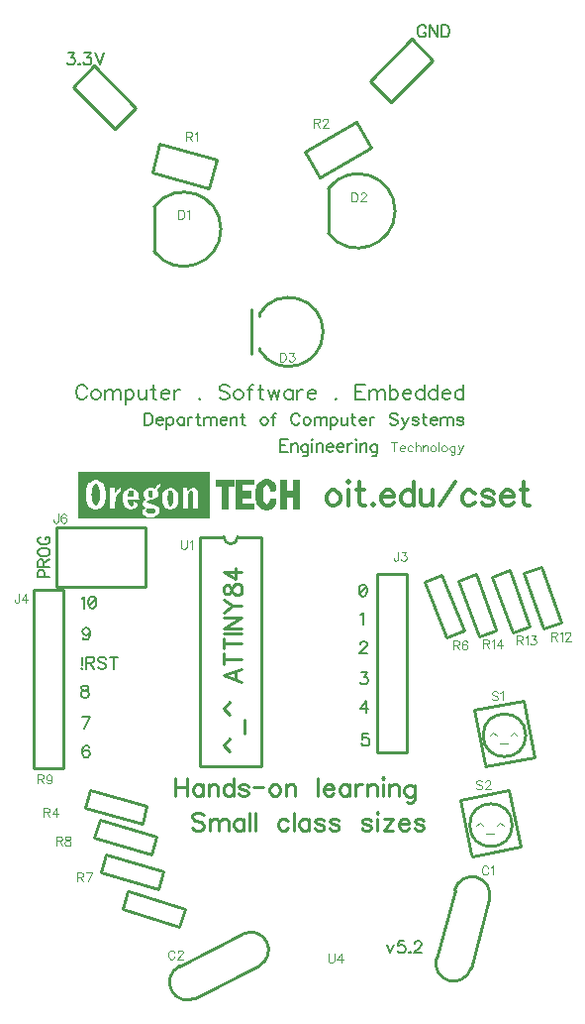
<source format=gbr>
G04 DipTrace 3.3.1.2*
G04 TopSilk.gbr*
%MOIN*%
G04 #@! TF.FileFunction,Legend,Top*
G04 #@! TF.Part,Single*
%ADD10C,0.009843*%
%ADD12C,0.003*%
%ADD77C,0.004632*%
%ADD78C,0.00772*%
%ADD79C,0.006176*%
%ADD80C,0.009264*%
%ADD81C,0.012351*%
%FSLAX26Y26*%
G04*
G70*
G90*
G75*
G01*
G04 TopSilk*
%LPD*%
X2021429Y883977D2*
D10*
X1959375Y652386D1*
X1905518Y915035D2*
X1843464Y683444D1*
G03X1959375Y652386I57925J-15645D01*
G01*
X2021429Y883977D2*
G03X1905518Y915035I-57925J15645D01*
G01*
X977607Y658140D2*
X1191399Y766667D1*
X1031925Y551138D2*
X1245717Y659664D1*
G03X1191399Y766667I-27052J53556D01*
G01*
X977607Y658140D2*
G03X1031925Y551138I27052J-53556D01*
G01*
X892797Y3061766D2*
Y3211642D1*
X893022Y3061466D2*
G03X893022Y3211942I99796J75238D01*
G01*
X1479327Y3123458D2*
Y3273333D1*
X1479552Y3123158D2*
G03X1479552Y3273633I99796J75238D01*
G01*
X1247297Y2852375D2*
Y2844477D1*
X1220724Y2866288D2*
Y2716280D1*
X1247297Y2738091D2*
Y2730193D1*
Y2852375D2*
G02X1461865Y2791284I98651J-60865D01*
G01*
X1247297Y2730193D2*
G03X1461865Y2791284I98651J60865D01*
G01*
X760894Y3473660D2*
X831605Y3544371D1*
X619473Y3615082D2*
X760894Y3473660D1*
X619473Y3615082D2*
X690183Y3685792D1*
X831605Y3544371D1*
X1618858Y3634540D2*
X1689569Y3563830D1*
X1760280Y3775962D2*
X1618858Y3634540D1*
X1760280Y3775962D2*
X1830990Y3705251D1*
X1689569Y3563830D1*
X1744148Y1978127D2*
X1644146D1*
Y1378181D1*
X1744148D1*
Y1978127D1*
X586958Y1924548D2*
X486956D1*
Y1324603D1*
X586958D1*
Y1924548D1*
X863393Y1935283D2*
X563393D1*
Y2135283D1*
X863393D1*
Y1935283D1*
X911670Y3423540D2*
X1104507Y3371870D1*
X1078625Y3275277D2*
X1104507Y3371870D1*
X885788Y3326948D2*
X1078625Y3275277D1*
X885788Y3326948D2*
X911670Y3423540D1*
X1622969Y3410503D2*
X1450075Y3310683D1*
X1400075Y3397285D2*
X1450075Y3310683D1*
X1572969Y3497105D2*
X1400075Y3397285D1*
X1572969Y3497105D2*
X1622969Y3410503D1*
X709388Y1149605D2*
X900988Y1093518D1*
X883606Y1033484D2*
X901164Y1093466D1*
X691830Y1089622D2*
X883429Y1033535D1*
X691653Y1089674D2*
X709212Y1149657D1*
X1877904Y1764344D2*
X1803089Y1949435D1*
X1860965Y1973028D2*
X1803020Y1949606D1*
X1935849Y1787765D2*
X1861034Y1972857D1*
X1935918Y1787595D2*
X1877973Y1764173D1*
X805591Y911719D2*
X995969Y851617D1*
X977329Y791961D2*
X996144Y851562D1*
X786775Y852119D2*
X977153Y792017D1*
X786599Y852174D2*
X805415Y911775D1*
X732085Y1034424D2*
X923542Y977854D1*
X906008Y917863D2*
X923719Y977801D1*
X714375Y974486D2*
X905832Y917915D1*
X714198Y974538D2*
X731909Y1034477D1*
X675712Y1249721D2*
X868491Y1197834D1*
X852425Y1137434D2*
X868669Y1197787D1*
X659468Y1189369D2*
X852247Y1137482D1*
X659290Y1189417D2*
X675534Y1249769D1*
X2205163Y1792846D2*
X2136882Y1980446D1*
X2195550Y2001995D2*
X2136819Y1980619D1*
X2263894Y1814222D2*
X2195613Y2001822D1*
X2263956Y1814049D2*
X2205226Y1792673D1*
X2098924Y1780347D2*
X2030643Y1967947D1*
X2089311Y1989496D2*
X2030580Y1968120D1*
X2157655Y1801723D2*
X2089374Y1989323D1*
X2157718Y1801550D2*
X2098987Y1780174D1*
X1986436Y1767848D2*
X1918155Y1955448D1*
X1976823Y1976998D2*
X1918092Y1955621D1*
X2045166Y1789224D2*
X1976886Y1976825D1*
X2045229Y1789052D2*
X1986499Y1767675D1*
X1970209Y1520314D2*
X2005547Y1336186D1*
X2006726Y1330038D2*
X2172458Y1361845D1*
X2135941Y1552120D1*
X1970209Y1520314D2*
X2135941Y1552120D1*
X2000637Y1434943D2*
G02X2000637Y1434943I71874J0D01*
G01*
X1923221Y1216104D2*
X1962144Y1032700D1*
X1963443Y1026576D2*
X2128523Y1061610D1*
X2088301Y1251137D1*
X1923221Y1216104D2*
X2088301Y1251137D1*
X1955295Y1132745D2*
G02X1955295Y1132745I71874J0D01*
G01*
X1253219Y2102356D2*
Y1330703D1*
X1048486D2*
X1253219D1*
X1048486Y2102356D2*
Y1330703D1*
Y2102356D2*
X1127226D1*
X1253219D2*
X1174478D1*
X1127226D2*
G03X1174478Y2102356I23626J13D01*
G01*
X636151Y2321938D2*
D12*
X1077151D1*
X636151Y2318938D2*
X1077151D1*
X636151Y2315938D2*
X1077151D1*
X636151Y2312938D2*
X1077151D1*
X636151Y2309938D2*
X1077151D1*
X636151Y2306938D2*
X1077151D1*
X636151Y2303938D2*
X1077151D1*
X636151Y2300938D2*
X1077151D1*
X636151Y2297938D2*
X1077151D1*
X1266151D2*
X1275151D1*
X636151Y2294938D2*
X684289D1*
X704911D2*
X1077151D1*
X1101151D2*
X1161151D1*
X1167151D2*
X1227151D1*
X1259356D2*
X1281935D1*
X1317151D2*
X1338151D1*
X1359151D2*
X1380151D1*
X636151Y2291938D2*
X678896D1*
X710025D2*
X1077151D1*
X1101151D2*
X1161151D1*
X1167151D2*
X1227151D1*
X1253740D2*
X1287446D1*
X1317151D2*
X1338151D1*
X1359151D2*
X1380151D1*
X636151Y2288938D2*
X674497D1*
X714087D2*
X1077151D1*
X1101151D2*
X1161151D1*
X1167151D2*
X1227151D1*
X1249311D2*
X1291492D1*
X1317151D2*
X1338151D1*
X1359151D2*
X1380151D1*
X636151Y2285938D2*
X671215D1*
X717319D2*
X1077151D1*
X1101151D2*
X1161151D1*
X1167151D2*
X1227151D1*
X1245736D2*
X1294337D1*
X1317151D2*
X1338151D1*
X1359151D2*
X1380151D1*
X636151Y2282938D2*
X668612D1*
X720168D2*
X1077151D1*
X1101151D2*
X1161151D1*
X1167151D2*
X1227151D1*
X1242841D2*
X1296369D1*
X1317151D2*
X1338151D1*
X1359151D2*
X1380151D1*
X636151Y2279938D2*
X666411D1*
X693151D2*
X696151D1*
X722602D2*
X904216D1*
X915116D2*
X1077151D1*
X1101151D2*
X1161151D1*
X1167151D2*
X1227151D1*
X1240563D2*
X1297847D1*
X1317151D2*
X1338151D1*
X1359151D2*
X1380151D1*
X636151Y2276938D2*
X664718D1*
X689918D2*
X699385D1*
X724352D2*
X900320D1*
X914788D2*
X1077151D1*
X1101151D2*
X1161151D1*
X1167151D2*
X1188151D1*
X1238790D2*
X1267216D1*
X1275037D2*
X1299006D1*
X1317151D2*
X1338151D1*
X1359151D2*
X1380151D1*
X636151Y2273938D2*
X663418D1*
X687451D2*
X701852D1*
X725449D2*
X897560D1*
X914015D2*
X1077151D1*
X1119151D2*
X1140151D1*
X1167151D2*
X1188151D1*
X1237504D2*
X1263323D1*
X1277641D2*
X1300102D1*
X1317151D2*
X1338151D1*
X1359151D2*
X1380151D1*
X636151Y2270938D2*
X662252D1*
X685802D2*
X703500D1*
X726312D2*
X895646D1*
X911118D2*
X1077151D1*
X1119151D2*
X1140151D1*
X1167151D2*
X1188151D1*
X1236659D2*
X1260594D1*
X1279805D2*
X1301035D1*
X1317151D2*
X1338151D1*
X1359151D2*
X1380151D1*
X636151Y2267938D2*
X661288D1*
X684890D2*
X704424D1*
X727239D2*
X741151D1*
X759151D2*
X772216D1*
X780151D2*
X804289D1*
X820611D2*
X867753D1*
X891151D2*
X894151D1*
X908013D2*
X937342D1*
X956550D2*
X987151D1*
X1005151D2*
X1015254D1*
X1031087D2*
X1077151D1*
X1119151D2*
X1140151D1*
X1167151D2*
X1188151D1*
X1235913D2*
X1258550D1*
X1281536D2*
X1301589D1*
X1317151D2*
X1338151D1*
X1359151D2*
X1380151D1*
X636151Y2264938D2*
X660686D1*
X684455D2*
X704965D1*
X728091D2*
X741151D1*
X759151D2*
X768311D1*
X780151D2*
X798896D1*
X826655D2*
X863104D1*
X905326D2*
X930939D1*
X961199D2*
X987151D1*
X1005151D2*
X1011360D1*
X1034980D2*
X1077151D1*
X1119151D2*
X1140151D1*
X1167151D2*
X1188151D1*
X1235035D2*
X1257831D1*
X1282795D2*
X1301853D1*
X1317151D2*
X1338151D1*
X1359151D2*
X1380151D1*
X636151Y2261938D2*
X660379D1*
X684256D2*
X705534D1*
X728645D2*
X741151D1*
X759151D2*
X765468D1*
X780116D2*
X794509D1*
X831213D2*
X859493D1*
X904365D2*
X926323D1*
X964810D2*
X987151D1*
X1005151D2*
X1008151D1*
X1037709D2*
X1077151D1*
X1119151D2*
X1140151D1*
X1167151D2*
X1188151D1*
X1234202D2*
X1257441D1*
X1283532D2*
X1300901D1*
X1317151D2*
X1338151D1*
X1359151D2*
X1380151D1*
X636151Y2258938D2*
X660241D1*
X684077D2*
X706327D1*
X728934D2*
X741151D1*
X759151D2*
X763251D1*
X779788D2*
X791332D1*
X834596D2*
X856842D1*
X876151D2*
X885151D1*
X904845D2*
X923185D1*
X967473D2*
X987151D1*
X1039753D2*
X1077151D1*
X1119151D2*
X1140151D1*
X1167151D2*
X1188151D1*
X1233654D2*
X1257265D1*
X1283912D2*
X1297426D1*
X1317151D2*
X1338151D1*
X1359151D2*
X1380151D1*
X636151Y2255938D2*
X660185D1*
X683667D2*
X707124D1*
X729065D2*
X741151D1*
X759151D2*
X761220D1*
X779015D2*
X789099D1*
X807151D2*
X819151D1*
X836993D2*
X854899D1*
X874767D2*
X885151D1*
X905790D2*
X921032D1*
X942151D2*
X951151D1*
X969521D2*
X987151D1*
X1014151D2*
X1017151D1*
X1040472D2*
X1077151D1*
X1119151D2*
X1140151D1*
X1167151D2*
X1218151D1*
X1233367D2*
X1257193D1*
X1284151D2*
X1293151D1*
X1317151D2*
X1380151D1*
X636151Y2252938D2*
X660163D1*
X682938D2*
X707657D1*
X729119D2*
X741151D1*
X759151D2*
D3*
X776003D2*
X787524D1*
X806688D2*
X820536D1*
X838570D2*
X853568D1*
X873905D2*
X885151D1*
X906927D2*
X919605D1*
X940767D2*
X951615D1*
X971246D2*
X987151D1*
X1011382D2*
X1018988D1*
X1040862D2*
X1077151D1*
X1119151D2*
X1140151D1*
X1167151D2*
X1218151D1*
X1233237D2*
X1257166D1*
X1317151D2*
X1380151D1*
X636151Y2249938D2*
X660155D1*
X682178D2*
X707938D1*
X729140D2*
X741151D1*
X772503D2*
X786323D1*
X805943D2*
X821398D1*
X839443D2*
X852908D1*
X873481D2*
X885151D1*
X907831D2*
X918808D1*
X939905D2*
X952359D1*
X972730D2*
X987151D1*
X1009331D2*
X1020488D1*
X1041038D2*
X1077151D1*
X1119151D2*
X1140151D1*
X1167151D2*
X1218151D1*
X1233183D2*
X1257156D1*
X1317151D2*
X1380151D1*
X636151Y2246938D2*
X660153D1*
X681759D2*
X708067D1*
X729148D2*
X741151D1*
X769411D2*
X785210D1*
X805159D2*
X821835D1*
X839871D2*
X852928D1*
X873402D2*
X885151D1*
X908341D2*
X918423D1*
X939457D2*
X953136D1*
X973873D2*
X987151D1*
X1008705D2*
X1021631D1*
X1041110D2*
X1077151D1*
X1119151D2*
X1140151D1*
X1167151D2*
X1218151D1*
X1233163D2*
X1257153D1*
X1317151D2*
X1380151D1*
X636151Y2243938D2*
X660152D1*
X681863D2*
X708108D1*
X729150D2*
X741151D1*
X767173D2*
X784271D1*
X804588D2*
X822035D1*
X840156D2*
X853601D1*
X873787D2*
X885151D1*
X907631D2*
X918256D1*
X939158D2*
X953661D1*
X974559D2*
X987151D1*
X1008379D2*
X1021397D1*
X1041137D2*
X1077151D1*
X1119151D2*
X1140151D1*
X1167151D2*
X1218151D1*
X1233155D2*
X1257152D1*
X1317151D2*
X1380151D1*
X636151Y2240938D2*
X660152D1*
X682454D2*
X708023D1*
X729151D2*
X741151D1*
X765606D2*
X783680D1*
X804151D2*
X822151D1*
X840610D2*
X854793D1*
X874782D2*
X885151D1*
X906446D2*
X918190D1*
X938710D2*
X953940D1*
X974902D2*
X987151D1*
X1008238D2*
X1020926D1*
X1041146D2*
X1077151D1*
X1119151D2*
X1140151D1*
X1167151D2*
X1218151D1*
X1233153D2*
X1257152D1*
X1317151D2*
X1380151D1*
X636151Y2237938D2*
X660151D1*
X683170D2*
X707648D1*
X729151D2*
X741151D1*
X764324D2*
X783377D1*
X841356D2*
X856381D1*
X876151D2*
X885151D1*
X904564D2*
X918165D1*
X938067D2*
X954067D1*
X975054D2*
X987151D1*
X1008183D2*
X1020545D1*
X1041150D2*
X1077151D1*
X1119151D2*
X1140151D1*
X1167151D2*
X1218151D1*
X1233164D2*
X1257151D1*
X1317151D2*
X1380151D1*
X636151Y2234938D2*
X660151D1*
X683673D2*
X706932D1*
X729140D2*
X741151D1*
X763314D2*
X783240D1*
X842142D2*
X858021D1*
X901976D2*
X918156D1*
X937669D2*
X954120D1*
X975115D2*
X987151D1*
X1008162D2*
X1020327D1*
X1041151D2*
X1077151D1*
X1119151D2*
X1140151D1*
X1167151D2*
X1188151D1*
X1233269D2*
X1257151D1*
X1317151D2*
X1338151D1*
X1359151D2*
X1380151D1*
X636151Y2231938D2*
X660163D1*
X683944D2*
X706164D1*
X729034D2*
X741151D1*
X762695D2*
X783184D1*
X842714D2*
X859355D1*
X895379D2*
X918153D1*
X937861D2*
X954140D1*
X975139D2*
X987151D1*
X1008155D2*
X1020223D1*
X1041151D2*
X1077151D1*
X1119151D2*
X1140151D1*
X1167151D2*
X1188151D1*
X1233651D2*
X1257163D1*
X1284151D2*
X1302151D1*
X1317151D2*
X1338151D1*
X1359151D2*
X1380151D1*
X636151Y2228938D2*
X660269D1*
X684080D2*
X705629D1*
X728652D2*
X741151D1*
X762382D2*
X783175D1*
X804151D2*
X859021D1*
X886725D2*
X918152D1*
X938351D2*
X954148D1*
X975147D2*
X987151D1*
X1008153D2*
X1020179D1*
X1041151D2*
X1077151D1*
X1119151D2*
X1140151D1*
X1167151D2*
X1188151D1*
X1234369D2*
X1257269D1*
X1283676D2*
X1302140D1*
X1317151D2*
X1338151D1*
X1359151D2*
X1380151D1*
X636151Y2225938D2*
X660651D1*
X684238D2*
X705246D1*
X727933D2*
X741151D1*
X762242D2*
X783273D1*
X804163D2*
X857237D1*
X878394D2*
X918152D1*
X938746D2*
X954138D1*
X975138D2*
X987151D1*
X1008152D2*
X1020161D1*
X1041151D2*
X1077151D1*
X1119151D2*
X1140151D1*
X1167151D2*
X1188151D1*
X1235150D2*
X1257674D1*
X1282815D2*
X1302034D1*
X1317151D2*
X1338151D1*
X1359151D2*
X1380151D1*
X636151Y2222938D2*
X661381D1*
X684663D2*
X704713D1*
X727153D2*
X741151D1*
X762185D2*
X783664D1*
X804269D2*
X855217D1*
X872573D2*
X918163D1*
X938972D2*
X954034D1*
X975034D2*
X987151D1*
X1008152D2*
X1020155D1*
X1041151D2*
X1077151D1*
X1119151D2*
X1140151D1*
X1167151D2*
X1188151D1*
X1235779D2*
X1258622D1*
X1281539D2*
X1301652D1*
X1317151D2*
X1338151D1*
X1359151D2*
X1380151D1*
X636151Y2219938D2*
X662268D1*
X685618D2*
X703712D1*
X726512D2*
X741151D1*
X762163D2*
X784487D1*
X804674D2*
X822128D1*
X829371D2*
X853227D1*
X868344D2*
X918269D1*
X939102D2*
X953640D1*
X974640D2*
X987151D1*
X1008151D2*
X1020153D1*
X1041151D2*
X1077151D1*
X1119151D2*
X1140151D1*
X1167151D2*
X1188151D1*
X1236451D2*
X1260326D1*
X1279804D2*
X1300922D1*
X1317151D2*
X1338151D1*
X1359151D2*
X1380151D1*
X636151Y2216938D2*
X663279D1*
X687325D2*
X701988D1*
X725734D2*
X741151D1*
X762156D2*
X785650D1*
X805622D2*
X821899D1*
X834736D2*
X851231D1*
X878440D2*
X918663D1*
X939376D2*
X952807D1*
X973816D2*
X987151D1*
X1008151D2*
X1020152D1*
X1041151D2*
X1077151D1*
X1119151D2*
X1140151D1*
X1167151D2*
X1188151D1*
X1237414D2*
X1262946D1*
X1277591D2*
X1300047D1*
X1317151D2*
X1338151D1*
X1359151D2*
X1380151D1*
X636151Y2213938D2*
X664669D1*
X689945D2*
X699361D1*
X724401D2*
X741151D1*
X762153D2*
X786997D1*
X807326D2*
X821355D1*
X838733D2*
X849151D1*
X888966D2*
X919498D1*
X939943D2*
X951567D1*
X972653D2*
X987151D1*
X1008151D2*
X1020152D1*
X1041151D2*
X1077151D1*
X1119151D2*
X1140151D1*
X1167151D2*
X1227151D1*
X1238736D2*
X1266151D1*
X1275151D2*
X1299118D1*
X1317151D2*
X1338151D1*
X1359151D2*
X1380151D1*
X636151Y2210938D2*
X666413D1*
X693151D2*
X696151D1*
X722455D2*
X741151D1*
X762152D2*
X788450D1*
X809946D2*
X819017D1*
X838276D2*
X851248D1*
X897860D2*
X920767D1*
X942284D2*
X949972D1*
X971282D2*
X987151D1*
X1008151D2*
X1020151D1*
X1041151D2*
X1077151D1*
X1119151D2*
X1140151D1*
X1167151D2*
X1227151D1*
X1240497D2*
X1297910D1*
X1317151D2*
X1338151D1*
X1359151D2*
X1380151D1*
X636151Y2207938D2*
X668375D1*
X720189D2*
X741151D1*
X762152D2*
X790054D1*
X813151D2*
X816151D1*
X837167D2*
X853814D1*
X904056D2*
X922520D1*
X945151D2*
X948151D1*
X969618D2*
X987151D1*
X1008151D2*
X1020151D1*
X1041151D2*
X1077151D1*
X1119151D2*
X1140151D1*
X1167151D2*
X1227151D1*
X1242782D2*
X1296226D1*
X1317151D2*
X1338151D1*
X1359151D2*
X1380151D1*
X636151Y2204938D2*
X670913D1*
X717614D2*
X741151D1*
X762151D2*
X792151D1*
X835507D2*
X857225D1*
X908510D2*
X924900D1*
X967251D2*
X987151D1*
X1008151D2*
X1020151D1*
X1041151D2*
X1077151D1*
X1119151D2*
X1140151D1*
X1167151D2*
X1227151D1*
X1245551D2*
X1293967D1*
X1317151D2*
X1338151D1*
X1359151D2*
X1380151D1*
X636151Y2201938D2*
X674518D1*
X714264D2*
X741151D1*
X762151D2*
X795239D1*
X831769D2*
X861151D1*
X910294D2*
X928000D1*
X963728D2*
X987151D1*
X1008151D2*
X1020151D1*
X1041151D2*
X1077151D1*
X1119151D2*
X1140151D1*
X1167151D2*
X1227151D1*
X1249006D2*
X1291018D1*
X1317151D2*
X1338151D1*
X1359151D2*
X1380151D1*
X636151Y2198938D2*
X679113D1*
X709946D2*
X741151D1*
X762151D2*
X799432D1*
X827173D2*
X857252D1*
X870151D2*
X885151D1*
X911321D2*
X931861D1*
X959169D2*
X987151D1*
X1008151D2*
X1020151D1*
X1041151D2*
X1077151D1*
X1119151D2*
X1140151D1*
X1167151D2*
X1227151D1*
X1253613D2*
X1286954D1*
X1317151D2*
X1338151D1*
X1359151D2*
X1380151D1*
X636151Y2195938D2*
X684151D1*
X705151D2*
X804151D1*
X822151D2*
X853861D1*
X868204D2*
X889294D1*
X911813D2*
X936151D1*
X954151D2*
X1077151D1*
X1119151D2*
X1140151D1*
X1167151D2*
X1227151D1*
X1259533D2*
X1281447D1*
X1317151D2*
X1338151D1*
X1359151D2*
X1380151D1*
X636151Y2192938D2*
X851124D1*
X866224D2*
X892336D1*
X912010D2*
X1077151D1*
X1266151D2*
X1275151D1*
X636151Y2189938D2*
X850119D1*
X864151D2*
X893094D1*
X911976D2*
X1077151D1*
X636151Y2186938D2*
X849687D1*
X867151D2*
X892309D1*
X911507D2*
X1077151D1*
X636151Y2183938D2*
X849660D1*
X870151D2*
X891151D1*
X910585D2*
X1077151D1*
X636151Y2180938D2*
X850842D1*
X908141D2*
X1077151D1*
X636151Y2177938D2*
X854065D1*
X904648D2*
X1077151D1*
X636151Y2174938D2*
X858677D1*
X899802D2*
X1077151D1*
X636151Y2171938D2*
X864151D1*
X894151D2*
X1077151D1*
X636151Y2168938D2*
X1077151D1*
X636151Y2165938D2*
X1077151D1*
X636151Y2321938D2*
Y2318938D1*
Y2315938D1*
Y2312938D1*
Y2309938D1*
Y2306938D1*
Y2303938D1*
Y2300938D1*
Y2297938D1*
Y2294938D1*
Y2291938D1*
Y2288938D1*
Y2285938D1*
Y2282938D1*
Y2279938D1*
Y2276938D1*
Y2273938D1*
Y2270938D1*
Y2267938D1*
Y2264938D1*
Y2261938D1*
Y2258938D1*
Y2255938D1*
Y2252938D1*
Y2249938D1*
Y2246938D1*
Y2243938D1*
Y2240938D1*
Y2237938D1*
Y2234938D1*
Y2231938D1*
Y2228938D1*
Y2225938D1*
Y2222938D1*
Y2219938D1*
Y2216938D1*
Y2213938D1*
Y2210938D1*
Y2207938D1*
Y2204938D1*
Y2201938D1*
Y2198938D1*
Y2195938D1*
Y2192938D1*
Y2189938D1*
Y2186938D1*
Y2183938D1*
Y2180938D1*
Y2177938D1*
Y2174938D1*
Y2171938D1*
Y2168938D1*
Y2165938D1*
X1077151Y2321938D2*
Y2318938D1*
Y2315938D1*
Y2312938D1*
Y2309938D1*
Y2306938D1*
Y2303938D1*
Y2300938D1*
Y2297938D1*
Y2294938D1*
Y2291938D1*
Y2288938D1*
Y2285938D1*
Y2282938D1*
Y2279938D1*
Y2276938D1*
Y2273938D1*
Y2270938D1*
Y2267938D1*
Y2264938D1*
Y2261938D1*
Y2258938D1*
Y2255938D1*
Y2252938D1*
Y2249938D1*
Y2246938D1*
Y2243938D1*
Y2240938D1*
Y2237938D1*
Y2234938D1*
Y2231938D1*
Y2228938D1*
Y2225938D1*
Y2222938D1*
Y2219938D1*
Y2216938D1*
Y2213938D1*
Y2210938D1*
Y2207938D1*
Y2204938D1*
Y2201938D1*
Y2198938D1*
Y2195938D1*
Y2192938D1*
Y2189938D1*
Y2186938D1*
Y2183938D1*
Y2180938D1*
Y2177938D1*
Y2174938D1*
Y2171938D1*
Y2168938D1*
Y2165938D1*
X1266151Y2297938D2*
X1259356Y2294938D1*
X1253740Y2291938D1*
X1249311Y2288938D1*
X1245736Y2285938D1*
X1242841Y2282938D1*
X1240563Y2279938D1*
X1238790Y2276938D1*
X1237504Y2273938D1*
X1236659Y2270938D1*
X1235913Y2267938D1*
X1235035Y2264938D1*
X1234202Y2261938D1*
X1233654Y2258938D1*
X1233367Y2255938D1*
X1233237Y2252938D1*
X1233183Y2249938D1*
X1233163Y2246938D1*
X1233155Y2243938D1*
X1233153Y2240938D1*
X1233164Y2237938D1*
X1233269Y2234938D1*
X1233651Y2231938D1*
X1234369Y2228938D1*
X1235150Y2225938D1*
X1235779Y2222938D1*
X1236451Y2219938D1*
X1237414Y2216938D1*
X1238736Y2213938D1*
X1240497Y2210938D1*
X1242782Y2207938D1*
X1245551Y2204938D1*
X1249006Y2201938D1*
X1253613Y2198938D1*
X1259533Y2195938D1*
X1266151Y2192938D1*
X1275151Y2297938D2*
X1281935Y2294938D1*
X1287446Y2291938D1*
X1291492Y2288938D1*
X1294337Y2285938D1*
X1296369Y2282938D1*
X1297847Y2279938D1*
X1299006Y2276938D1*
X1300102Y2273938D1*
X1301035Y2270938D1*
X1301589Y2267938D1*
X1301853Y2264938D1*
X1300901Y2261938D1*
X1297426Y2258938D1*
X1293151Y2255938D1*
X690151Y2297938D2*
X684289Y2294938D1*
X678896Y2291938D1*
X674497Y2288938D1*
X671215Y2285938D1*
X668612Y2282938D1*
X666411Y2279938D1*
X664718Y2276938D1*
X663418Y2273938D1*
X662252Y2270938D1*
X661288Y2267938D1*
X660686Y2264938D1*
X660379Y2261938D1*
X660241Y2258938D1*
X660185Y2255938D1*
X660163Y2252938D1*
X660155Y2249938D1*
X660153Y2246938D1*
X660152Y2243938D1*
Y2240938D1*
X660151Y2237938D1*
Y2234938D1*
X660163Y2231938D1*
X660269Y2228938D1*
X660651Y2225938D1*
X661381Y2222938D1*
X662268Y2219938D1*
X663279Y2216938D1*
X664669Y2213938D1*
X666413Y2210938D1*
X668375Y2207938D1*
X670913Y2204938D1*
X674518Y2201938D1*
X679113Y2198938D1*
X684151Y2195938D1*
X699151Y2297938D2*
X704911Y2294938D1*
X710025Y2291938D1*
X714087Y2288938D1*
X717319Y2285938D1*
X720168Y2282938D1*
X722602Y2279938D1*
X724352Y2276938D1*
X725449Y2273938D1*
X726312Y2270938D1*
X727239Y2267938D1*
X728091Y2264938D1*
X728645Y2261938D1*
X728934Y2258938D1*
X729065Y2255938D1*
X729119Y2252938D1*
X729140Y2249938D1*
X729148Y2246938D1*
X729150Y2243938D1*
X729151Y2240938D1*
Y2237938D1*
X729140Y2234938D1*
X729034Y2231938D1*
X728652Y2228938D1*
X727933Y2225938D1*
X727153Y2222938D1*
X726512Y2219938D1*
X725734Y2216938D1*
X724401Y2213938D1*
X722455Y2210938D1*
X720189Y2207938D1*
X717614Y2204938D1*
X714264Y2201938D1*
X709946Y2198938D1*
X705151Y2195938D1*
X1101151Y2294938D2*
Y2291938D1*
Y2288938D1*
Y2285938D1*
Y2282938D1*
Y2279938D1*
Y2276938D1*
Y2273938D1*
X1119151D1*
Y2270938D1*
Y2267938D1*
Y2264938D1*
Y2261938D1*
Y2258938D1*
Y2255938D1*
Y2252938D1*
Y2249938D1*
Y2246938D1*
Y2243938D1*
Y2240938D1*
Y2237938D1*
Y2234938D1*
Y2231938D1*
Y2228938D1*
Y2225938D1*
Y2222938D1*
Y2219938D1*
Y2216938D1*
Y2213938D1*
Y2210938D1*
Y2207938D1*
Y2204938D1*
Y2201938D1*
Y2198938D1*
Y2195938D1*
X1161151Y2294938D2*
Y2291938D1*
Y2288938D1*
Y2285938D1*
Y2282938D1*
Y2279938D1*
Y2276938D1*
Y2273938D1*
X1140151D1*
Y2270938D1*
Y2267938D1*
Y2264938D1*
Y2261938D1*
Y2258938D1*
Y2255938D1*
Y2252938D1*
Y2249938D1*
Y2246938D1*
Y2243938D1*
Y2240938D1*
Y2237938D1*
Y2234938D1*
Y2231938D1*
Y2228938D1*
Y2225938D1*
Y2222938D1*
Y2219938D1*
Y2216938D1*
Y2213938D1*
Y2210938D1*
Y2207938D1*
Y2204938D1*
Y2201938D1*
Y2198938D1*
Y2195938D1*
X1167151Y2294938D2*
Y2291938D1*
Y2288938D1*
Y2285938D1*
Y2282938D1*
Y2279938D1*
Y2276938D1*
Y2273938D1*
Y2270938D1*
Y2267938D1*
Y2264938D1*
Y2261938D1*
Y2258938D1*
Y2255938D1*
Y2252938D1*
Y2249938D1*
Y2246938D1*
Y2243938D1*
Y2240938D1*
Y2237938D1*
Y2234938D1*
Y2231938D1*
Y2228938D1*
Y2225938D1*
Y2222938D1*
Y2219938D1*
Y2216938D1*
Y2213938D1*
Y2210938D1*
Y2207938D1*
Y2204938D1*
Y2201938D1*
Y2198938D1*
Y2195938D1*
X1227151Y2294938D2*
Y2291938D1*
Y2288938D1*
Y2285938D1*
Y2282938D1*
Y2279938D1*
X1317151Y2294938D2*
Y2291938D1*
Y2288938D1*
Y2285938D1*
Y2282938D1*
Y2279938D1*
Y2276938D1*
Y2273938D1*
Y2270938D1*
Y2267938D1*
Y2264938D1*
Y2261938D1*
Y2258938D1*
Y2255938D1*
Y2252938D1*
Y2249938D1*
Y2246938D1*
Y2243938D1*
Y2240938D1*
Y2237938D1*
Y2234938D1*
Y2231938D1*
Y2228938D1*
Y2225938D1*
Y2222938D1*
Y2219938D1*
Y2216938D1*
Y2213938D1*
Y2210938D1*
Y2207938D1*
Y2204938D1*
Y2201938D1*
Y2198938D1*
Y2195938D1*
X1338151Y2294938D2*
Y2291938D1*
Y2288938D1*
Y2285938D1*
Y2282938D1*
Y2279938D1*
Y2276938D1*
Y2273938D1*
Y2270938D1*
Y2267938D1*
Y2264938D1*
Y2261938D1*
Y2258938D1*
X1359151Y2294938D2*
Y2291938D1*
Y2288938D1*
Y2285938D1*
Y2282938D1*
Y2279938D1*
Y2276938D1*
Y2273938D1*
Y2270938D1*
Y2267938D1*
Y2264938D1*
Y2261938D1*
Y2258938D1*
X1380151Y2294938D2*
Y2291938D1*
Y2288938D1*
Y2285938D1*
Y2282938D1*
Y2279938D1*
Y2276938D1*
Y2273938D1*
Y2270938D1*
Y2267938D1*
Y2264938D1*
Y2261938D1*
Y2258938D1*
Y2255938D1*
Y2252938D1*
Y2249938D1*
Y2246938D1*
Y2243938D1*
Y2240938D1*
Y2237938D1*
Y2234938D1*
Y2231938D1*
Y2228938D1*
Y2225938D1*
Y2222938D1*
Y2219938D1*
Y2216938D1*
Y2213938D1*
Y2210938D1*
Y2207938D1*
Y2204938D1*
Y2201938D1*
Y2198938D1*
Y2195938D1*
X693151Y2279938D2*
X689918Y2276938D1*
X687451Y2273938D1*
X685802Y2270938D1*
X684890Y2267938D1*
X684455Y2264938D1*
X684256Y2261938D1*
X684077Y2258938D1*
X683667Y2255938D1*
X682938Y2252938D1*
X682178Y2249938D1*
X681759Y2246938D1*
X681863Y2243938D1*
X682454Y2240938D1*
X683170Y2237938D1*
X683673Y2234938D1*
X683944Y2231938D1*
X684080Y2228938D1*
X684238Y2225938D1*
X684663Y2222938D1*
X685618Y2219938D1*
X687325Y2216938D1*
X689945Y2213938D1*
X693151Y2210938D1*
X696151Y2279938D2*
X699385Y2276938D1*
X701852Y2273938D1*
X703500Y2270938D1*
X704424Y2267938D1*
X704965Y2264938D1*
X705534Y2261938D1*
X706327Y2258938D1*
X707124Y2255938D1*
X707657Y2252938D1*
X707938Y2249938D1*
X708067Y2246938D1*
X708108Y2243938D1*
X708023Y2240938D1*
X707648Y2237938D1*
X706932Y2234938D1*
X706164Y2231938D1*
X705629Y2228938D1*
X705246Y2225938D1*
X704713Y2222938D1*
X703712Y2219938D1*
X701988Y2216938D1*
X699361Y2213938D1*
X696151Y2210938D1*
X909151Y2282938D2*
X904216Y2279938D1*
X900320Y2276938D1*
X897560Y2273938D1*
X895646Y2270938D1*
X894151Y2267938D1*
X915151Y2282938D2*
X915116Y2279938D1*
X914788Y2276938D1*
X914015Y2273938D1*
X911118Y2270938D1*
X908013Y2267938D1*
X905326Y2264938D1*
X904365Y2261938D1*
X904845Y2258938D1*
X905790Y2255938D1*
X906927Y2252938D1*
X907831Y2249938D1*
X908341Y2246938D1*
X907631Y2243938D1*
X906446Y2240938D1*
X904564Y2237938D1*
X901976Y2234938D1*
X895379Y2231938D1*
X886725Y2228938D1*
X878394Y2225938D1*
X872573Y2222938D1*
X868344Y2219938D1*
X878440Y2216938D1*
X888966Y2213938D1*
X897860Y2210938D1*
X904056Y2207938D1*
X908510Y2204938D1*
X910294Y2201938D1*
X911321Y2198938D1*
X911813Y2195938D1*
X912010Y2192938D1*
X911976Y2189938D1*
X911507Y2186938D1*
X910585Y2183938D1*
X908141Y2180938D1*
X904648Y2177938D1*
X899802Y2174938D1*
X894151Y2171938D1*
X1188151Y2279938D2*
Y2276938D1*
Y2273938D1*
Y2270938D1*
Y2267938D1*
Y2264938D1*
Y2261938D1*
Y2258938D1*
Y2255938D1*
X1218151D1*
Y2252938D1*
Y2249938D1*
Y2246938D1*
Y2243938D1*
Y2240938D1*
Y2237938D1*
Y2234938D1*
X1188151D1*
Y2231938D1*
Y2228938D1*
Y2225938D1*
Y2222938D1*
Y2219938D1*
Y2216938D1*
Y2213938D1*
X1272151Y2279938D2*
X1267216Y2276938D1*
X1263323Y2273938D1*
X1260594Y2270938D1*
X1258550Y2267938D1*
X1257831Y2264938D1*
X1257441Y2261938D1*
X1257265Y2258938D1*
X1257193Y2255938D1*
X1257166Y2252938D1*
X1257156Y2249938D1*
X1257153Y2246938D1*
X1257152Y2243938D1*
Y2240938D1*
X1257151Y2237938D1*
Y2234938D1*
X1257163Y2231938D1*
X1257269Y2228938D1*
X1257674Y2225938D1*
X1258622Y2222938D1*
X1260326Y2219938D1*
X1262946Y2216938D1*
X1266151Y2213938D1*
X1272151Y2279938D2*
X1275037Y2276938D1*
X1277641Y2273938D1*
X1279805Y2270938D1*
X1281536Y2267938D1*
X1282795Y2264938D1*
X1283532Y2261938D1*
X1283912Y2258938D1*
X1284151Y2255938D1*
X741151Y2270938D2*
Y2267938D1*
Y2264938D1*
Y2261938D1*
Y2258938D1*
Y2255938D1*
Y2252938D1*
Y2249938D1*
Y2246938D1*
Y2243938D1*
Y2240938D1*
Y2237938D1*
Y2234938D1*
Y2231938D1*
Y2228938D1*
Y2225938D1*
Y2222938D1*
Y2219938D1*
Y2216938D1*
Y2213938D1*
Y2210938D1*
Y2207938D1*
Y2204938D1*
Y2201938D1*
Y2198938D1*
X759151Y2270938D2*
Y2267938D1*
Y2264938D1*
Y2261938D1*
Y2258938D1*
Y2255938D1*
Y2252938D1*
X777151Y2270938D2*
X772216Y2267938D1*
X768311Y2264938D1*
X765468Y2261938D1*
X763251Y2258938D1*
X761220Y2255938D1*
X759151Y2252938D1*
X780151Y2270938D2*
Y2267938D1*
Y2264938D1*
X780116Y2261938D1*
X779788Y2258938D1*
X779015Y2255938D1*
X776003Y2252938D1*
X772503Y2249938D1*
X769411Y2246938D1*
X767173Y2243938D1*
X765606Y2240938D1*
X764324Y2237938D1*
X763314Y2234938D1*
X762695Y2231938D1*
X762382Y2228938D1*
X762242Y2225938D1*
X762185Y2222938D1*
X762163Y2219938D1*
X762156Y2216938D1*
X762153Y2213938D1*
X762152Y2210938D1*
Y2207938D1*
X762151Y2204938D1*
Y2201938D1*
Y2198938D1*
X810151Y2270938D2*
X804289Y2267938D1*
X798896Y2264938D1*
X794509Y2261938D1*
X791332Y2258938D1*
X789099Y2255938D1*
X787524Y2252938D1*
X786323Y2249938D1*
X785210Y2246938D1*
X784271Y2243938D1*
X783680Y2240938D1*
X783377Y2237938D1*
X783240Y2234938D1*
X783184Y2231938D1*
X783175Y2228938D1*
X783273Y2225938D1*
X783664Y2222938D1*
X784487Y2219938D1*
X785650Y2216938D1*
X786997Y2213938D1*
X788450Y2210938D1*
X790054Y2207938D1*
X792151Y2204938D1*
X795239Y2201938D1*
X799432Y2198938D1*
X804151Y2195938D1*
X813151Y2270938D2*
X820611Y2267938D1*
X826655Y2264938D1*
X831213Y2261938D1*
X834596Y2258938D1*
X836993Y2255938D1*
X838570Y2252938D1*
X839443Y2249938D1*
X839871Y2246938D1*
X840156Y2243938D1*
X840610Y2240938D1*
X841356Y2237938D1*
X842142Y2234938D1*
X842714Y2231938D1*
X843151Y2228938D1*
X873151Y2270938D2*
X867753Y2267938D1*
X863104Y2264938D1*
X859493Y2261938D1*
X856842Y2258938D1*
X854899Y2255938D1*
X853568Y2252938D1*
X852908Y2249938D1*
X852928Y2246938D1*
X853601Y2243938D1*
X854793Y2240938D1*
X856381Y2237938D1*
X858021Y2234938D1*
X859355Y2231938D1*
X859021Y2228938D1*
X857237Y2225938D1*
X855217Y2222938D1*
X853227Y2219938D1*
X851231Y2216938D1*
X849151Y2213938D1*
X851248Y2210938D1*
X853814Y2207938D1*
X857225Y2204938D1*
X861151Y2201938D1*
X857252Y2198938D1*
X853861Y2195938D1*
X851124Y2192938D1*
X850119Y2189938D1*
X849687Y2186938D1*
X849660Y2183938D1*
X850842Y2180938D1*
X854065Y2177938D1*
X858677Y2174938D1*
X864151Y2171938D1*
X888151Y2270938D2*
X891151Y2267938D1*
X945151Y2270938D2*
X937342Y2267938D1*
X930939Y2264938D1*
X926323Y2261938D1*
X923185Y2258938D1*
X921032Y2255938D1*
X919605Y2252938D1*
X918808Y2249938D1*
X918423Y2246938D1*
X918256Y2243938D1*
X918190Y2240938D1*
X918165Y2237938D1*
X918156Y2234938D1*
X918153Y2231938D1*
X918152Y2228938D1*
Y2225938D1*
X918163Y2222938D1*
X918269Y2219938D1*
X918663Y2216938D1*
X919498Y2213938D1*
X920767Y2210938D1*
X922520Y2207938D1*
X924900Y2204938D1*
X928000Y2201938D1*
X931861Y2198938D1*
X936151Y2195938D1*
X951151Y2270938D2*
X956550Y2267938D1*
X961199Y2264938D1*
X964810Y2261938D1*
X967473Y2258938D1*
X969521Y2255938D1*
X971246Y2252938D1*
X972730Y2249938D1*
X973873Y2246938D1*
X974559Y2243938D1*
X974902Y2240938D1*
X975054Y2237938D1*
X975115Y2234938D1*
X975139Y2231938D1*
X975147Y2228938D1*
X975138Y2225938D1*
X975034Y2222938D1*
X974640Y2219938D1*
X973816Y2216938D1*
X972653Y2213938D1*
X971282Y2210938D1*
X969618Y2207938D1*
X967251Y2204938D1*
X963728Y2201938D1*
X959169Y2198938D1*
X954151Y2195938D1*
X987151Y2270938D2*
Y2267938D1*
Y2264938D1*
Y2261938D1*
Y2258938D1*
Y2255938D1*
Y2252938D1*
Y2249938D1*
Y2246938D1*
Y2243938D1*
Y2240938D1*
Y2237938D1*
Y2234938D1*
Y2231938D1*
Y2228938D1*
Y2225938D1*
Y2222938D1*
Y2219938D1*
Y2216938D1*
Y2213938D1*
Y2210938D1*
Y2207938D1*
Y2204938D1*
Y2201938D1*
Y2198938D1*
X1005151Y2270938D2*
Y2267938D1*
Y2264938D1*
Y2261938D1*
X1020151Y2270938D2*
X1015254Y2267938D1*
X1011360Y2264938D1*
X1008151Y2261938D1*
X1026151Y2270938D2*
X1031087Y2267938D1*
X1034980Y2264938D1*
X1037709Y2261938D1*
X1039753Y2258938D1*
X1040472Y2255938D1*
X1040862Y2252938D1*
X1041038Y2249938D1*
X1041110Y2246938D1*
X1041137Y2243938D1*
X1041146Y2240938D1*
X1041150Y2237938D1*
X1041151Y2234938D1*
Y2231938D1*
Y2228938D1*
Y2225938D1*
Y2222938D1*
Y2219938D1*
Y2216938D1*
Y2213938D1*
Y2210938D1*
Y2207938D1*
Y2204938D1*
Y2201938D1*
Y2198938D1*
X876151Y2258938D2*
X874767Y2255938D1*
X873905Y2252938D1*
X873481Y2249938D1*
X873402Y2246938D1*
X873787Y2243938D1*
X874782Y2240938D1*
X876151Y2237938D1*
X885151Y2258938D2*
Y2255938D1*
Y2252938D1*
Y2249938D1*
Y2246938D1*
Y2243938D1*
Y2240938D1*
Y2237938D1*
X807151Y2255938D2*
X806688Y2252938D1*
X805943Y2249938D1*
X805159Y2246938D1*
X804588Y2243938D1*
X804151Y2240938D1*
X819151Y2255938D2*
X820536Y2252938D1*
X821398Y2249938D1*
X821835Y2246938D1*
X822035Y2243938D1*
X822151Y2240938D1*
X942151Y2255938D2*
X940767Y2252938D1*
X939905Y2249938D1*
X939457Y2246938D1*
X939158Y2243938D1*
X938710Y2240938D1*
X938067Y2237938D1*
X937669Y2234938D1*
X937861Y2231938D1*
X938351Y2228938D1*
X938746Y2225938D1*
X938972Y2222938D1*
X939102Y2219938D1*
X939376Y2216938D1*
X939943Y2213938D1*
X942284Y2210938D1*
X945151Y2207938D1*
X951151Y2255938D2*
X951615Y2252938D1*
X952359Y2249938D1*
X953136Y2246938D1*
X953661Y2243938D1*
X953940Y2240938D1*
X954067Y2237938D1*
X954120Y2234938D1*
X954140Y2231938D1*
X954148Y2228938D1*
X954138Y2225938D1*
X954034Y2222938D1*
X953640Y2219938D1*
X952807Y2216938D1*
X951567Y2213938D1*
X949972Y2210938D1*
X948151Y2207938D1*
X1014151Y2255938D2*
X1011382Y2252938D1*
X1009331Y2249938D1*
X1008705Y2246938D1*
X1008379Y2243938D1*
X1008238Y2240938D1*
X1008183Y2237938D1*
X1008162Y2234938D1*
X1008155Y2231938D1*
X1008153Y2228938D1*
X1008152Y2225938D1*
Y2222938D1*
X1008151Y2219938D1*
Y2216938D1*
Y2213938D1*
Y2210938D1*
Y2207938D1*
Y2204938D1*
Y2201938D1*
Y2198938D1*
X1017151Y2255938D2*
X1018988Y2252938D1*
X1020488Y2249938D1*
X1021631Y2246938D1*
X1021397Y2243938D1*
X1020926Y2240938D1*
X1020545Y2237938D1*
X1020327Y2234938D1*
X1020223Y2231938D1*
X1020179Y2228938D1*
X1020161Y2225938D1*
X1020155Y2222938D1*
X1020153Y2219938D1*
X1020152Y2216938D1*
Y2213938D1*
X1020151Y2210938D1*
Y2207938D1*
Y2204938D1*
Y2201938D1*
Y2198938D1*
X1338151Y2237938D2*
Y2234938D1*
Y2231938D1*
Y2228938D1*
Y2225938D1*
Y2222938D1*
Y2219938D1*
Y2216938D1*
Y2213938D1*
Y2210938D1*
Y2207938D1*
Y2204938D1*
Y2201938D1*
Y2198938D1*
Y2195938D1*
X1359151Y2237938D2*
Y2234938D1*
Y2231938D1*
Y2228938D1*
Y2225938D1*
Y2222938D1*
Y2219938D1*
Y2216938D1*
Y2213938D1*
Y2210938D1*
Y2207938D1*
Y2204938D1*
Y2201938D1*
Y2198938D1*
Y2195938D1*
X1284151Y2231938D2*
X1283676Y2228938D1*
X1282815Y2225938D1*
X1281539Y2222938D1*
X1279804Y2219938D1*
X1277591Y2216938D1*
X1275151Y2213938D1*
X1302151Y2231938D2*
X1302140Y2228938D1*
X1302034Y2225938D1*
X1301652Y2222938D1*
X1300922Y2219938D1*
X1300047Y2216938D1*
X1299118Y2213938D1*
X1297910Y2210938D1*
X1296226Y2207938D1*
X1293967Y2204938D1*
X1291018Y2201938D1*
X1286954Y2198938D1*
X1281447Y2195938D1*
X1275151Y2192938D1*
X804151Y2228938D2*
X804163Y2225938D1*
X804269Y2222938D1*
X804674Y2219938D1*
X805622Y2216938D1*
X807326Y2213938D1*
X809946Y2210938D1*
X813151Y2207938D1*
X822151Y2222938D2*
X822128Y2219938D1*
X821899Y2216938D1*
X821355Y2213938D1*
X819017Y2210938D1*
X816151Y2207938D1*
X822151Y2222938D2*
X829371Y2219938D1*
X834736Y2216938D1*
X838733Y2213938D1*
X838276Y2210938D1*
X837167Y2207938D1*
X835507Y2204938D1*
X831769Y2201938D1*
X827173Y2198938D1*
X822151Y2195938D1*
X1227151Y2213938D2*
Y2210938D1*
Y2207938D1*
Y2204938D1*
Y2201938D1*
Y2198938D1*
Y2195938D1*
X870151Y2198938D2*
X868204Y2195938D1*
X866224Y2192938D1*
X864151Y2189938D1*
X867151Y2186938D1*
X870151Y2183938D1*
X885151Y2198938D2*
X889294Y2195938D1*
X892336Y2192938D1*
X893094Y2189938D1*
X892309Y2186938D1*
X891151Y2183938D1*
X2017776Y989049D2*
D77*
X2016350Y991901D1*
X2013465Y994786D1*
X2010613Y996212D1*
X2004876D1*
X2001991Y994786D1*
X1999139Y991901D1*
X1997680Y989049D1*
X1996254Y984738D1*
Y977542D1*
X1997680Y973264D1*
X1999139Y970379D1*
X2001991Y967527D1*
X2004876Y966068D1*
X2010613D1*
X2013465Y967527D1*
X2016350Y970379D1*
X2017776Y973264D1*
X2027039Y990441D2*
X2029924Y991901D1*
X2034235Y996178D1*
Y966068D1*
X961721Y705109D2*
X960295Y707960D1*
X957410Y710846D1*
X954558Y712272D1*
X948821D1*
X945936Y710846D1*
X943084Y707960D1*
X941625Y705109D1*
X940199Y700798D1*
Y693601D1*
X941625Y689324D1*
X943084Y686439D1*
X945936Y683587D1*
X948821Y682127D1*
X954558D1*
X957410Y683587D1*
X960295Y686439D1*
X961721Y689324D1*
X972443Y705075D2*
Y706501D1*
X973869Y709386D1*
X975295Y710812D1*
X978180Y712238D1*
X983917D1*
X986769Y710812D1*
X988195Y709386D1*
X989654Y706501D1*
Y703649D1*
X988195Y700764D1*
X985343Y696487D1*
X970984Y682127D1*
X991080D1*
X974565Y3201536D2*
Y3171392D1*
X984613D1*
X988924Y3172851D1*
X991809Y3175703D1*
X993235Y3178588D1*
X994661Y3182866D1*
Y3190062D1*
X993235Y3194373D1*
X991809Y3197225D1*
X988924Y3200110D1*
X984613Y3201536D1*
X974565D1*
X1003925Y3195766D2*
X1006810Y3197225D1*
X1011121Y3201503D1*
Y3171392D1*
X1558205Y3259924D2*
Y3229780D1*
X1568253D1*
X1572564Y3231239D1*
X1575449Y3234091D1*
X1576875Y3236976D1*
X1578301Y3241254D1*
Y3248450D1*
X1576875Y3252761D1*
X1575449Y3255613D1*
X1572564Y3258498D1*
X1568253Y3259924D1*
X1558205D1*
X1589023Y3252728D2*
Y3254154D1*
X1590449Y3257039D1*
X1591875Y3258465D1*
X1594760Y3259891D1*
X1600497D1*
X1603349Y3258465D1*
X1604775Y3257039D1*
X1606234Y3254154D1*
Y3251302D1*
X1604775Y3248417D1*
X1601923Y3244139D1*
X1587564Y3229780D1*
X1607660D1*
X1316567Y2721650D2*
Y2691506D1*
X1326615D1*
X1330926Y2692965D1*
X1333811Y2695817D1*
X1335237Y2698702D1*
X1336663Y2702980D1*
Y2710176D1*
X1335237Y2714487D1*
X1333811Y2717339D1*
X1330926Y2720224D1*
X1326615Y2721650D1*
X1316567D1*
X1348811Y2721617D2*
X1364563D1*
X1355974Y2710143D1*
X1360285D1*
X1363137Y2708717D1*
X1364563Y2707291D1*
X1366022Y2702980D1*
Y2700128D1*
X1364563Y2695817D1*
X1361711Y2692932D1*
X1357400Y2691506D1*
X1353089D1*
X1348811Y2692932D1*
X1347385Y2694391D1*
X1345926Y2697243D1*
X1714107Y2051222D2*
Y2028274D1*
X1712681Y2023963D1*
X1711221Y2022537D1*
X1708370Y2021078D1*
X1705485D1*
X1702633Y2022537D1*
X1701207Y2023963D1*
X1699748Y2028274D1*
Y2031126D1*
X1726255Y2051189D2*
X1742007D1*
X1733418Y2039715D1*
X1737729D1*
X1740581Y2038289D1*
X1742007Y2036863D1*
X1743466Y2032552D1*
Y2029700D1*
X1742007Y2025389D1*
X1739155Y2022504D1*
X1734844Y2021078D1*
X1730533D1*
X1726255Y2022504D1*
X1724829Y2023963D1*
X1723370Y2026815D1*
X437466Y1910152D2*
Y1887204D1*
X436040Y1882893D1*
X434581Y1881467D1*
X431729Y1880008D1*
X428844D1*
X425992Y1881467D1*
X424566Y1882893D1*
X423107Y1887204D1*
Y1890056D1*
X461088Y1880008D2*
Y1910119D1*
X446729Y1890056D1*
X468251D1*
X569137Y2179217D2*
Y2156269D1*
X567711Y2151958D1*
X566252Y2150532D1*
X563400Y2149073D1*
X560515D1*
X557663Y2150532D1*
X556237Y2151958D1*
X554778Y2156269D1*
Y2159121D1*
X595611Y2174905D2*
X594185Y2177757D1*
X589874Y2179183D1*
X587022D1*
X582711Y2177757D1*
X579826Y2173446D1*
X578400Y2166283D1*
Y2159121D1*
X579826Y2153384D1*
X582711Y2150498D1*
X587022Y2149073D1*
X588448D1*
X592726Y2150498D1*
X595611Y2153384D1*
X597037Y2157695D1*
Y2159121D1*
X595611Y2163432D1*
X592726Y2166283D1*
X588448Y2167709D1*
X587022D1*
X582711Y2166283D1*
X579826Y2163432D1*
X578400Y2159121D1*
X1001872Y3448246D2*
X1014772D1*
X1019083Y3449705D1*
X1020542Y3451131D1*
X1021968Y3453983D1*
Y3456868D1*
X1020542Y3459720D1*
X1019083Y3461179D1*
X1014772Y3462605D1*
X1001872D1*
Y3432461D1*
X1011920Y3448246D2*
X1021968Y3432461D1*
X1031232Y3456835D2*
X1034117Y3458294D1*
X1038428Y3462572D1*
Y3432461D1*
X1430538Y3494712D2*
X1443438D1*
X1447749Y3496171D1*
X1449208Y3497597D1*
X1450634Y3500449D1*
Y3503334D1*
X1449208Y3506186D1*
X1447749Y3507645D1*
X1443438Y3509071D1*
X1430538D1*
Y3478927D1*
X1440586Y3494712D2*
X1450634Y3478927D1*
X1461357Y3501875D2*
Y3503301D1*
X1462783Y3506186D1*
X1464209Y3507612D1*
X1467094Y3509038D1*
X1472831D1*
X1475683Y3507612D1*
X1477109Y3506186D1*
X1478568Y3503301D1*
Y3500449D1*
X1477109Y3497564D1*
X1474257Y3493286D1*
X1459898Y3478927D1*
X1479994D1*
X520503Y1176038D2*
X533403D1*
X537714Y1177497D1*
X539173Y1178923D1*
X540599Y1181775D1*
Y1184660D1*
X539173Y1187512D1*
X537714Y1188971D1*
X533403Y1190397D1*
X520503D1*
Y1160253D1*
X530551Y1176038D2*
X540599Y1160253D1*
X564222D2*
Y1190363D1*
X549863Y1170301D1*
X571385D1*
X1900510Y1738980D2*
X1913410D1*
X1917721Y1740439D1*
X1919180Y1741865D1*
X1920606Y1744717D1*
Y1747602D1*
X1919180Y1750454D1*
X1917721Y1751913D1*
X1913410Y1753339D1*
X1900510D1*
Y1723195D1*
X1910558Y1738980D2*
X1920606Y1723195D1*
X1947081Y1749028D2*
X1945655Y1751880D1*
X1941344Y1753305D1*
X1938492D1*
X1934181Y1751880D1*
X1931296Y1747568D1*
X1929870Y1740406D1*
Y1733243D1*
X1931296Y1727506D1*
X1934181Y1724621D1*
X1938492Y1723195D1*
X1939918D1*
X1944196Y1724621D1*
X1947081Y1727506D1*
X1948507Y1731817D1*
Y1733243D1*
X1947081Y1737554D1*
X1944196Y1740406D1*
X1939918Y1741832D1*
X1938492D1*
X1934181Y1740406D1*
X1931296Y1737554D1*
X1929870Y1733243D1*
X634758Y958731D2*
X647658D1*
X651969Y960190D1*
X653428Y961616D1*
X654854Y964468D1*
Y967353D1*
X653428Y970205D1*
X651969Y971664D1*
X647658Y973090D1*
X634758D1*
Y942946D1*
X644806Y958731D2*
X654854Y942946D1*
X669855D2*
X684214Y973056D1*
X664118D1*
X562339Y1079962D2*
X575239D1*
X579550Y1081421D1*
X581009Y1082847D1*
X582435Y1085699D1*
Y1088584D1*
X581009Y1091436D1*
X579550Y1092895D1*
X575239Y1094321D1*
X562339D1*
Y1064177D1*
X572387Y1079962D2*
X582435Y1064177D1*
X598862Y1094288D2*
X594584Y1092862D1*
X593125Y1090010D1*
Y1087125D1*
X594584Y1084273D1*
X597436Y1082814D1*
X603173Y1081388D1*
X607484Y1079962D1*
X610336Y1077077D1*
X611762Y1074225D1*
Y1069914D1*
X610336Y1067062D1*
X608910Y1065603D1*
X604599Y1064177D1*
X598862D1*
X594584Y1065603D1*
X593125Y1067062D1*
X591699Y1069914D1*
Y1074225D1*
X593125Y1077077D1*
X596010Y1079962D1*
X600288Y1081388D1*
X606025Y1082814D1*
X608910Y1084273D1*
X610336Y1087125D1*
Y1090010D1*
X608910Y1092862D1*
X604599Y1094288D1*
X598862D1*
X500727Y1288465D2*
X513627D1*
X517938Y1289924D1*
X519397Y1291350D1*
X520823Y1294202D1*
Y1297087D1*
X519397Y1299939D1*
X517938Y1301398D1*
X513627Y1302824D1*
X500727D1*
Y1272680D1*
X510775Y1288465D2*
X520823Y1272680D1*
X548757Y1292776D2*
X547298Y1288465D1*
X544446Y1285580D1*
X540135Y1284154D1*
X538709D1*
X534398Y1285580D1*
X531546Y1288465D1*
X530087Y1292776D1*
Y1294202D1*
X531546Y1298513D1*
X534398Y1301365D1*
X538709Y1302791D1*
X540135D1*
X544446Y1301365D1*
X547298Y1298513D1*
X548757Y1292776D1*
Y1285580D1*
X547298Y1278417D1*
X544446Y1274106D1*
X540135Y1272680D1*
X537283D1*
X532972Y1274106D1*
X531546Y1276991D1*
X2229761Y1767776D2*
X2242661D1*
X2246972Y1769235D1*
X2248431Y1770661D1*
X2249857Y1773513D1*
Y1776398D1*
X2248431Y1779250D1*
X2246972Y1780709D1*
X2242661Y1782135D1*
X2229761D1*
Y1751991D1*
X2239809Y1767776D2*
X2249857Y1751991D1*
X2259120Y1776365D2*
X2262005Y1777824D1*
X2266316Y1782102D1*
Y1751991D1*
X2277039Y1774939D2*
Y1776365D1*
X2278465Y1779250D1*
X2279891Y1780676D1*
X2282776Y1782102D1*
X2288513D1*
X2291365Y1780676D1*
X2292791Y1779250D1*
X2294250Y1776365D1*
Y1773513D1*
X2292791Y1770628D1*
X2289939Y1766350D1*
X2275580Y1751991D1*
X2295676D1*
X2113620Y1755278D2*
X2126520D1*
X2130831Y1756737D1*
X2132290Y1758163D1*
X2133716Y1761015D1*
Y1763900D1*
X2132290Y1766752D1*
X2130831Y1768211D1*
X2126520Y1769637D1*
X2113620D1*
Y1739493D1*
X2123668Y1755278D2*
X2133716Y1739493D1*
X2142980Y1763867D2*
X2145865Y1765326D1*
X2150176Y1769604D1*
Y1739493D1*
X2162325Y1769604D2*
X2178076D1*
X2169488Y1758130D1*
X2173799D1*
X2176650Y1756704D1*
X2178076Y1755278D1*
X2179536Y1750967D1*
Y1748115D1*
X2178076Y1743804D1*
X2175225Y1740919D1*
X2170914Y1739493D1*
X2166602D1*
X2162325Y1740919D1*
X2160899Y1742378D1*
X2159440Y1745230D1*
X2000175Y1742535D2*
X2013075D1*
X2017386Y1743994D1*
X2018845Y1745420D1*
X2020271Y1748272D1*
Y1751157D1*
X2018845Y1754009D1*
X2017386Y1755468D1*
X2013075Y1756894D1*
X2000175D1*
Y1726750D1*
X2010223Y1742535D2*
X2020271Y1726750D1*
X2029535Y1751124D2*
X2032420Y1752583D1*
X2036731Y1756861D1*
Y1726750D1*
X2060353D2*
Y1756861D1*
X2045994Y1736798D1*
X2067516D1*
X2049381Y1578961D2*
X2046529Y1581846D1*
X2042218Y1583272D1*
X2036481D1*
X2032170Y1581846D1*
X2029285Y1578961D1*
Y1576109D1*
X2030744Y1573224D1*
X2032170Y1571798D1*
X2035022Y1570372D1*
X2043644Y1567487D1*
X2046529Y1566061D1*
X2047955Y1564602D1*
X2049381Y1561750D1*
Y1557439D1*
X2046529Y1554587D1*
X2042218Y1553128D1*
X2036481D1*
X2032170Y1554587D1*
X2029285Y1557439D1*
X2058645Y1577501D2*
X2061530Y1578961D1*
X2065841Y1583238D1*
Y1553128D1*
X1997305Y1279238D2*
X1994453Y1282123D1*
X1990142Y1283549D1*
X1984405D1*
X1980094Y1282123D1*
X1977209Y1279238D1*
Y1276386D1*
X1978668Y1273501D1*
X1980094Y1272075D1*
X1982946Y1270649D1*
X1991568Y1267764D1*
X1994453Y1266338D1*
X1995879Y1264879D1*
X1997305Y1262027D1*
Y1257716D1*
X1994453Y1254864D1*
X1990142Y1253405D1*
X1984405D1*
X1980094Y1254864D1*
X1977209Y1257716D1*
X2008028Y1276353D2*
Y1277779D1*
X2009454Y1280664D1*
X2010880Y1282090D1*
X2013765Y1283516D1*
X2019502D1*
X2022354Y1282090D1*
X2023780Y1280664D1*
X2025239Y1277779D1*
Y1274927D1*
X2023780Y1272042D1*
X2020928Y1267764D1*
X2006569Y1253405D1*
X2026665D1*
X983380Y2091344D2*
Y2069822D1*
X984806Y2065511D1*
X987691Y2062659D1*
X992002Y2061200D1*
X994854D1*
X999165Y2062659D1*
X1002050Y2065511D1*
X1003476Y2069822D1*
Y2091344D1*
X1012740Y2085574D2*
X1015625Y2087033D1*
X1019936Y2091311D1*
Y2061200D1*
X1478916Y700481D2*
Y678959D1*
X1480342Y674648D1*
X1483227Y671796D1*
X1487538Y670337D1*
X1490390D1*
X1494701Y671796D1*
X1497586Y674648D1*
X1499012Y678959D1*
Y700481D1*
X1522634Y670337D2*
Y700448D1*
X1508275Y680385D1*
X1529797D1*
X665750Y2602214D2*
D78*
X663373Y2606967D1*
X658565Y2611775D1*
X653812Y2614152D1*
X644250D1*
X639442Y2611775D1*
X634688Y2606967D1*
X632257Y2602214D1*
X629880Y2595029D1*
Y2583035D1*
X632257Y2575906D1*
X634688Y2571097D1*
X639442Y2566344D1*
X644250Y2563912D1*
X653812D1*
X658565Y2566344D1*
X663373Y2571097D1*
X665750Y2575906D1*
X693127Y2597405D2*
X688374Y2595029D1*
X683566Y2590220D1*
X681189Y2583035D1*
Y2578282D1*
X683566Y2571097D1*
X688374Y2566344D1*
X693127Y2563912D1*
X700312D1*
X705121Y2566344D1*
X709874Y2571097D1*
X712306Y2578282D1*
Y2583035D1*
X709874Y2590220D1*
X705121Y2595029D1*
X700312Y2597405D1*
X693127D1*
X727745D2*
Y2563912D1*
Y2587844D2*
X734930Y2595029D1*
X739739Y2597405D1*
X746868D1*
X751677Y2595029D1*
X754053Y2587844D1*
Y2563912D1*
Y2587844D2*
X761239Y2595029D1*
X766047Y2597405D1*
X773177D1*
X777985Y2595029D1*
X780417Y2587844D1*
Y2563912D1*
X795856Y2597405D2*
Y2547165D1*
Y2590220D2*
X800665Y2594974D1*
X805418Y2597405D1*
X812603D1*
X817411Y2594974D1*
X822165Y2590220D1*
X824596Y2583035D1*
Y2578227D1*
X822165Y2571097D1*
X817411Y2566289D1*
X812603Y2563912D1*
X805418D1*
X800665Y2566289D1*
X795856Y2571097D1*
X840036Y2597405D2*
Y2573474D1*
X842412Y2566344D1*
X847221Y2563912D1*
X854406D1*
X859159Y2566344D1*
X866344Y2573474D1*
Y2597405D2*
Y2563912D1*
X888968Y2614152D2*
Y2573474D1*
X891345Y2566344D1*
X896153Y2563912D1*
X900907D1*
X881783Y2597405D2*
X898530D1*
X916346Y2583035D2*
X945031D1*
Y2587844D1*
X942654Y2592652D1*
X940277Y2595029D1*
X935469Y2597405D1*
X928284D1*
X923531Y2595029D1*
X918722Y2590220D1*
X916346Y2583035D1*
Y2578282D1*
X918722Y2571097D1*
X923531Y2566344D1*
X928284Y2563912D1*
X935469D1*
X940277Y2566344D1*
X945031Y2571097D1*
X960470Y2597405D2*
Y2563912D1*
Y2583035D2*
X962902Y2590220D1*
X967655Y2595029D1*
X972463Y2597405D1*
X979648D1*
X1046065Y2568721D2*
X1043689Y2566289D1*
X1046065Y2563912D1*
X1048497Y2566289D1*
X1046065Y2568721D1*
X1146031Y2606967D2*
X1141277Y2611775D1*
X1134092Y2614152D1*
X1124531D1*
X1117346Y2611775D1*
X1112537Y2606967D1*
Y2602214D1*
X1114969Y2597405D1*
X1117346Y2595029D1*
X1122099Y2592652D1*
X1136469Y2587844D1*
X1141277Y2585467D1*
X1143654Y2583035D1*
X1146031Y2578282D1*
Y2571097D1*
X1141277Y2566344D1*
X1134092Y2563912D1*
X1124531D1*
X1117346Y2566344D1*
X1112537Y2571097D1*
X1173408Y2597405D2*
X1168655Y2595029D1*
X1163846Y2590220D1*
X1161470Y2583035D1*
Y2578282D1*
X1163846Y2571097D1*
X1168655Y2566344D1*
X1173408Y2563912D1*
X1180593D1*
X1185402Y2566344D1*
X1190155Y2571097D1*
X1192587Y2578282D1*
Y2583035D1*
X1190155Y2590220D1*
X1185402Y2595029D1*
X1180593Y2597405D1*
X1173408D1*
X1227149Y2614152D2*
X1222396D1*
X1217588Y2611775D1*
X1215211Y2604590D1*
Y2563912D1*
X1208026Y2597405D2*
X1224773D1*
X1249773Y2614152D2*
Y2573474D1*
X1252150Y2566344D1*
X1256958Y2563912D1*
X1261712D1*
X1242588Y2597405D2*
X1259335D1*
X1277151D2*
X1286713Y2563912D1*
X1296274Y2597405D1*
X1305836Y2563912D1*
X1315397Y2597405D1*
X1359522D2*
Y2563912D1*
Y2590220D2*
X1354768Y2595029D1*
X1349960Y2597405D1*
X1342830D1*
X1338022Y2595029D1*
X1333269Y2590220D1*
X1330837Y2583035D1*
Y2578282D1*
X1333269Y2571097D1*
X1338022Y2566344D1*
X1342830Y2563912D1*
X1349960D1*
X1354768Y2566344D1*
X1359522Y2571097D1*
X1374961Y2597405D2*
Y2563912D1*
Y2583035D2*
X1377393Y2590220D1*
X1382146Y2595029D1*
X1386954Y2597405D1*
X1394139D1*
X1409579Y2583035D2*
X1438263D1*
Y2587844D1*
X1435887Y2592652D1*
X1433510Y2595029D1*
X1428702Y2597405D1*
X1421517D1*
X1416764Y2595029D1*
X1411955Y2590220D1*
X1409579Y2583035D1*
Y2578282D1*
X1411955Y2571097D1*
X1416764Y2566344D1*
X1421517Y2563912D1*
X1428702D1*
X1433510Y2566344D1*
X1438263Y2571097D1*
X1504680Y2568721D2*
X1502304Y2566289D1*
X1504680Y2563912D1*
X1507112Y2566289D1*
X1504680Y2568721D1*
X1602214Y2614152D2*
X1571152D1*
Y2563912D1*
X1602214D1*
X1571152Y2590220D2*
X1590276D1*
X1617653Y2597405D2*
Y2563912D1*
Y2587844D2*
X1624838Y2595029D1*
X1629647Y2597405D1*
X1636776D1*
X1641585Y2595029D1*
X1643961Y2587844D1*
Y2563912D1*
Y2587844D2*
X1651146Y2595029D1*
X1655955Y2597405D1*
X1663085D1*
X1667893Y2595029D1*
X1670325Y2587844D1*
Y2563912D1*
X1685764Y2614152D2*
Y2563912D1*
Y2590220D2*
X1690573Y2595029D1*
X1695326Y2597405D1*
X1702511D1*
X1707264Y2595029D1*
X1712072Y2590220D1*
X1714449Y2583035D1*
Y2578282D1*
X1712072Y2571097D1*
X1707264Y2566344D1*
X1702511Y2563912D1*
X1695326D1*
X1690573Y2566344D1*
X1685764Y2571097D1*
X1729888Y2583035D2*
X1758573D1*
Y2587844D1*
X1756197Y2592652D1*
X1753820Y2595029D1*
X1749012Y2597405D1*
X1741827D1*
X1737073Y2595029D1*
X1732265Y2590220D1*
X1729888Y2583035D1*
Y2578282D1*
X1732265Y2571097D1*
X1737073Y2566344D1*
X1741827Y2563912D1*
X1749012D1*
X1753820Y2566344D1*
X1758573Y2571097D1*
X1802697Y2614152D2*
Y2563912D1*
Y2590220D2*
X1797944Y2595029D1*
X1793136Y2597405D1*
X1785951D1*
X1781197Y2595029D1*
X1776389Y2590220D1*
X1774012Y2583035D1*
Y2578282D1*
X1776389Y2571097D1*
X1781197Y2566344D1*
X1785951Y2563912D1*
X1793136D1*
X1797944Y2566344D1*
X1802697Y2571097D1*
X1846821Y2614152D2*
Y2563912D1*
Y2590220D2*
X1842068Y2595029D1*
X1837260Y2597405D1*
X1830075D1*
X1825322Y2595029D1*
X1820513Y2590220D1*
X1818137Y2583035D1*
Y2578282D1*
X1820513Y2571097D1*
X1825322Y2566344D1*
X1830075Y2563912D1*
X1837260D1*
X1842068Y2566344D1*
X1846821Y2571097D1*
X1862261Y2583035D2*
X1890946D1*
Y2587844D1*
X1888569Y2592652D1*
X1886192Y2595029D1*
X1881384Y2597405D1*
X1874199D1*
X1869446Y2595029D1*
X1864637Y2590220D1*
X1862261Y2583035D1*
Y2578282D1*
X1864637Y2571097D1*
X1869446Y2566344D1*
X1874199Y2563912D1*
X1881384D1*
X1886192Y2566344D1*
X1890946Y2571097D1*
X1935070Y2614152D2*
Y2563912D1*
Y2590220D2*
X1930317Y2595029D1*
X1925508Y2597405D1*
X1918323D1*
X1913570Y2595029D1*
X1908761Y2590220D1*
X1906385Y2583035D1*
Y2578282D1*
X1908761Y2571097D1*
X1913570Y2566344D1*
X1918323Y2563912D1*
X1925508D1*
X1930317Y2566344D1*
X1935070Y2571097D1*
X603318Y3730130D2*
D79*
X624321D1*
X612869Y3714831D1*
X618617D1*
X622419Y3712930D1*
X624321Y3711028D1*
X626266Y3705280D1*
Y3701478D1*
X624321Y3695730D1*
X620518Y3691883D1*
X614770Y3689982D1*
X609022D1*
X603318Y3691883D1*
X601417Y3693828D1*
X599472Y3697631D1*
X640519Y3693828D2*
X638618Y3691883D1*
X640519Y3689982D1*
X642464Y3691883D1*
X640519Y3693828D1*
X658663Y3730130D2*
X679665D1*
X668213Y3714831D1*
X673961D1*
X677764Y3712930D1*
X679665Y3711028D1*
X681610Y3705280D1*
Y3701478D1*
X679665Y3695730D1*
X675862Y3691883D1*
X670114Y3689982D1*
X664366D1*
X658663Y3691883D1*
X656761Y3693828D1*
X654816Y3697631D1*
X693962Y3730174D2*
X709260Y3689982D1*
X724559Y3730174D1*
X964001Y1290785D2*
D80*
Y1230497D1*
X1004193Y1290785D2*
Y1230497D1*
X964001Y1262067D2*
X1004193D1*
X1057142Y1270689D2*
Y1230497D1*
Y1262067D2*
X1051438Y1267837D1*
X1045668Y1270689D1*
X1037112D1*
X1031342Y1267837D1*
X1025638Y1262067D1*
X1022720Y1253445D1*
Y1247741D1*
X1025638Y1239119D1*
X1031342Y1233415D1*
X1037112Y1230497D1*
X1045668D1*
X1051438Y1233415D1*
X1057142Y1239119D1*
X1075669Y1270689D2*
Y1230497D1*
Y1259215D2*
X1084291Y1267837D1*
X1090061Y1270689D1*
X1098617D1*
X1104387Y1267837D1*
X1107239Y1259215D1*
Y1230497D1*
X1160188Y1290785D2*
Y1230497D1*
Y1262067D2*
X1154484Y1267837D1*
X1148714Y1270689D1*
X1140092D1*
X1134388Y1267837D1*
X1128618Y1262067D1*
X1125766Y1253445D1*
Y1247741D1*
X1128618Y1239119D1*
X1134388Y1233415D1*
X1140092Y1230497D1*
X1148714D1*
X1154484Y1233415D1*
X1160188Y1239119D1*
X1210285Y1262067D2*
X1207433Y1267837D1*
X1198811Y1270689D1*
X1190189D1*
X1181567Y1267837D1*
X1178715Y1262067D1*
X1181567Y1256363D1*
X1187337Y1253445D1*
X1201663Y1250593D1*
X1207433Y1247741D1*
X1210285Y1241971D1*
Y1239119D1*
X1207433Y1233415D1*
X1198811Y1230497D1*
X1190189D1*
X1181567Y1233415D1*
X1178715Y1239119D1*
X1228812Y1260608D2*
X1261974D1*
X1294827Y1270689D2*
X1289123Y1267837D1*
X1283353Y1262067D1*
X1280501Y1253445D1*
Y1247741D1*
X1283353Y1239119D1*
X1289123Y1233415D1*
X1294827Y1230497D1*
X1303449D1*
X1309219Y1233415D1*
X1314923Y1239119D1*
X1317841Y1247741D1*
Y1253445D1*
X1314923Y1262067D1*
X1309219Y1267837D1*
X1303449Y1270689D1*
X1294827D1*
X1336368D2*
Y1230497D1*
Y1259215D2*
X1344990Y1267837D1*
X1350760Y1270689D1*
X1359316D1*
X1365086Y1267837D1*
X1367938Y1259215D1*
Y1230497D1*
X1444786Y1290785D2*
Y1230497D1*
X1463314Y1253445D2*
X1497735D1*
Y1259215D1*
X1494883Y1264985D1*
X1492032Y1267837D1*
X1486261Y1270689D1*
X1477639D1*
X1471936Y1267837D1*
X1466165Y1262067D1*
X1463314Y1253445D1*
Y1247741D1*
X1466165Y1239119D1*
X1471936Y1233415D1*
X1477639Y1230497D1*
X1486261D1*
X1492032Y1233415D1*
X1497735Y1239119D1*
X1550684Y1270689D2*
Y1230497D1*
Y1262067D2*
X1544981Y1267837D1*
X1539210Y1270689D1*
X1530655D1*
X1524885Y1267837D1*
X1519181Y1262067D1*
X1516262Y1253445D1*
Y1247741D1*
X1519181Y1239119D1*
X1524885Y1233415D1*
X1530655Y1230497D1*
X1539210D1*
X1544981Y1233415D1*
X1550684Y1239119D1*
X1569211Y1270689D2*
Y1230497D1*
Y1253445D2*
X1572130Y1262067D1*
X1577833Y1267837D1*
X1583604Y1270689D1*
X1592226D1*
X1610753D2*
Y1230497D1*
Y1259215D2*
X1619375Y1267837D1*
X1625145Y1270689D1*
X1633701D1*
X1639471Y1267837D1*
X1642323Y1259215D1*
Y1230497D1*
X1660850Y1290785D2*
X1663702Y1287933D1*
X1666620Y1290785D1*
X1663702Y1293703D1*
X1660850Y1290785D1*
X1663702Y1270689D2*
Y1230497D1*
X1685147Y1270689D2*
Y1230497D1*
Y1259215D2*
X1693769Y1267837D1*
X1699539Y1270689D1*
X1708095D1*
X1713865Y1267837D1*
X1716717Y1259215D1*
Y1230497D1*
X1769666Y1267837D2*
Y1221875D1*
X1766814Y1213319D1*
X1763962Y1210401D1*
X1758192Y1207549D1*
X1749570D1*
X1743866Y1210401D1*
X1769666Y1259215D2*
X1763962Y1264919D1*
X1758192Y1267837D1*
X1749570D1*
X1743866Y1264919D1*
X1738096Y1259215D1*
X1735244Y1250593D1*
Y1244823D1*
X1738096Y1236267D1*
X1743866Y1230497D1*
X1749570Y1227645D1*
X1758192D1*
X1763962Y1230497D1*
X1769666Y1236267D1*
X1808769Y3813510D2*
D79*
X1806867Y3817313D1*
X1803021Y3821160D1*
X1799218Y3823061D1*
X1791569D1*
X1787722Y3821160D1*
X1783919Y3817313D1*
X1781974Y3813510D1*
X1780073Y3807762D1*
Y3798167D1*
X1781974Y3792464D1*
X1783919Y3788617D1*
X1787722Y3784814D1*
X1791569Y3782869D1*
X1799218D1*
X1803021Y3784814D1*
X1806867Y3788617D1*
X1808769Y3792464D1*
Y3798167D1*
X1799218D1*
X1847915Y3823061D2*
Y3782869D1*
X1821120Y3823061D1*
Y3782869D1*
X1860266Y3823061D2*
Y3782869D1*
X1873663D1*
X1879411Y3784814D1*
X1883258Y3788617D1*
X1885159Y3792464D1*
X1887061Y3798167D1*
Y3807762D1*
X1885159Y3813510D1*
X1883258Y3817313D1*
X1879411Y3821160D1*
X1873663Y3823061D1*
X1860266D1*
X1490343Y2259533D2*
D81*
X1483118Y2255730D1*
X1475810Y2248037D1*
X1472197Y2236540D1*
Y2228935D1*
X1475810Y2217439D1*
X1483118Y2209834D1*
X1490343Y2205943D1*
X1501265D1*
X1508573Y2209834D1*
X1515798Y2217439D1*
X1519495Y2228935D1*
Y2236540D1*
X1515798Y2248037D1*
X1508573Y2255730D1*
X1501265Y2259533D1*
X1490343D1*
X1542962Y2286327D2*
X1546575Y2282525D1*
X1550271Y2286327D1*
X1546575Y2290218D1*
X1542962Y2286327D1*
X1546575Y2259533D2*
Y2205943D1*
X1584660Y2286327D2*
Y2221242D1*
X1588273Y2209834D1*
X1595581Y2205943D1*
X1602806D1*
X1573739Y2259533D2*
X1599194D1*
X1629886Y2213637D2*
X1626274Y2209746D1*
X1629886Y2205943D1*
X1633583Y2209746D1*
X1629886Y2213637D1*
X1657050Y2236540D2*
X1700651D1*
Y2244234D1*
X1697039Y2251927D1*
X1693427Y2255730D1*
X1686118Y2259533D1*
X1675196D1*
X1667972Y2255730D1*
X1660663Y2248037D1*
X1657050Y2236540D1*
Y2228935D1*
X1660663Y2217439D1*
X1667972Y2209834D1*
X1675196Y2205943D1*
X1686118D1*
X1693427Y2209834D1*
X1700651Y2217439D1*
X1767720Y2286327D2*
Y2205943D1*
Y2248037D2*
X1760495Y2255730D1*
X1753186Y2259533D1*
X1742265D1*
X1735040Y2255730D1*
X1727731Y2248037D1*
X1724119Y2236540D1*
Y2228935D1*
X1727731Y2217439D1*
X1735040Y2209834D1*
X1742265Y2205943D1*
X1753186D1*
X1760495Y2209834D1*
X1767720Y2217439D1*
X1791188Y2259533D2*
Y2221242D1*
X1794800Y2209834D1*
X1802109Y2205943D1*
X1813030D1*
X1820255Y2209834D1*
X1831176Y2221242D1*
Y2259533D2*
Y2205943D1*
X1854644D2*
X1905554Y2286239D1*
X1972707Y2248037D2*
X1965398Y2255730D1*
X1958089Y2259533D1*
X1947252D1*
X1939943Y2255730D1*
X1932718Y2248037D1*
X1929021Y2236540D1*
Y2228935D1*
X1932718Y2217439D1*
X1939943Y2209834D1*
X1947252Y2205943D1*
X1958089D1*
X1965398Y2209834D1*
X1972707Y2217439D1*
X2036163Y2248037D2*
X2032550Y2255730D1*
X2021629Y2259533D1*
X2010708D1*
X1999787Y2255730D1*
X1996174Y2248037D1*
X1999787Y2240431D1*
X2007095Y2236540D1*
X2025242Y2232738D1*
X2032550Y2228935D1*
X2036163Y2221242D1*
Y2217439D1*
X2032550Y2209834D1*
X2021629Y2205943D1*
X2010708D1*
X1999787Y2209834D1*
X1996174Y2217439D1*
X2059630Y2236540D2*
X2103231D1*
Y2244234D1*
X2099619Y2251927D1*
X2096007Y2255730D1*
X2088698Y2259533D1*
X2077777D1*
X2070552Y2255730D1*
X2063243Y2248037D1*
X2059630Y2236540D1*
Y2228935D1*
X2063243Y2217439D1*
X2070552Y2209834D1*
X2077777Y2205943D1*
X2088698D1*
X2096007Y2209834D1*
X2103231Y2217439D1*
X2137620Y2286327D2*
Y2221242D1*
X2141233Y2209834D1*
X2148542Y2205943D1*
X2155766D1*
X2126699Y2259533D2*
X2152154D1*
X649023Y1893968D2*
D79*
X652870Y1895914D1*
X658618Y1901618D1*
Y1861470D1*
X682465Y1901618D2*
X676717Y1899716D1*
X672870Y1893968D1*
X670969Y1884418D1*
Y1878670D1*
X672870Y1869119D1*
X676717Y1863371D1*
X682465Y1861470D1*
X686268D1*
X692016Y1863371D1*
X695818Y1869119D1*
X697764Y1878670D1*
Y1884418D1*
X695818Y1893968D1*
X692016Y1899716D1*
X686268Y1901618D1*
X682465D1*
X695818Y1893968D2*
X672870Y1869119D1*
X676302Y1783744D2*
X674356Y1777996D1*
X670554Y1774149D1*
X664806Y1772248D1*
X662905D1*
X657157Y1774149D1*
X653354Y1777996D1*
X651409Y1783744D1*
Y1785645D1*
X653354Y1791393D1*
X657157Y1795195D1*
X662905Y1797097D1*
X664806D1*
X670554Y1795195D1*
X674356Y1791393D1*
X676302Y1783744D1*
Y1774149D1*
X674356Y1764598D1*
X670554Y1758850D1*
X664806Y1756949D1*
X661003D1*
X655255Y1758850D1*
X653354Y1762697D1*
X650211Y1698103D2*
Y1671353D1*
Y1661802D2*
X648266Y1659857D1*
X650211Y1657955D1*
X652112Y1659857D1*
X650211Y1661802D1*
X664464Y1679002D2*
X681664D1*
X687412Y1680948D1*
X689357Y1682849D1*
X691258Y1686651D1*
Y1690498D1*
X689357Y1694301D1*
X687412Y1696246D1*
X681664Y1698147D1*
X664464D1*
Y1657955D1*
X677861Y1679002D2*
X691258Y1657955D1*
X730404Y1692399D2*
X726602Y1696246D1*
X720854Y1698147D1*
X713205D1*
X707457Y1696246D1*
X703610Y1692399D1*
Y1688597D1*
X705555Y1684750D1*
X707457Y1682849D1*
X711259Y1680948D1*
X722755Y1677101D1*
X726602Y1675200D1*
X728503Y1673254D1*
X730404Y1669452D1*
Y1663704D1*
X726602Y1659901D1*
X720854Y1657955D1*
X713205D1*
X707457Y1659901D1*
X703610Y1663704D1*
X756153Y1698147D2*
Y1657955D1*
X742756Y1698147D2*
X769551D1*
X656245Y1602254D2*
X650541Y1600353D1*
X648596Y1596550D1*
Y1592704D1*
X650541Y1588901D1*
X654344Y1586956D1*
X661993Y1585054D1*
X667741Y1583153D1*
X671544Y1579306D1*
X673445Y1575504D1*
Y1569756D1*
X671544Y1565953D1*
X669643Y1564008D1*
X663895Y1562106D1*
X656245D1*
X650541Y1564008D1*
X648596Y1565953D1*
X646695Y1569756D1*
Y1575504D1*
X648596Y1579306D1*
X652443Y1583153D1*
X658147Y1585054D1*
X665796Y1586956D1*
X669643Y1588901D1*
X671544Y1592704D1*
Y1596550D1*
X669643Y1600353D1*
X663895Y1602254D1*
X656245D1*
X656631Y1455929D2*
X675777Y1496077D1*
X648982D1*
X675072Y1394524D2*
X673170Y1398327D1*
X667422Y1400228D1*
X663620D1*
X657872Y1398327D1*
X654025Y1392579D1*
X652124Y1383028D1*
Y1373477D1*
X654025Y1365828D1*
X657872Y1361981D1*
X663620Y1360080D1*
X665521D1*
X671225Y1361981D1*
X675072Y1365828D1*
X676973Y1371576D1*
Y1373477D1*
X675072Y1379226D1*
X671225Y1383028D1*
X665521Y1384929D1*
X663620D1*
X657872Y1383028D1*
X654025Y1379226D1*
X652124Y1373477D1*
X1594834Y1942115D2*
X1589086Y1940214D1*
X1585239Y1934466D1*
X1583338Y1924915D1*
Y1919167D1*
X1585239Y1909617D1*
X1589086Y1903869D1*
X1594834Y1901967D1*
X1598636D1*
X1604384Y1903869D1*
X1608187Y1909617D1*
X1610132Y1919167D1*
Y1924915D1*
X1608187Y1934466D1*
X1604384Y1940214D1*
X1598636Y1942115D1*
X1594834D1*
X1608187Y1934466D2*
X1585239Y1909617D1*
X860847Y2518067D2*
Y2477875D1*
X874244D1*
X879992Y2479821D1*
X883839Y2483623D1*
X885740Y2487470D1*
X887642Y2493174D1*
Y2502769D1*
X885740Y2508517D1*
X883839Y2512319D1*
X879992Y2516166D1*
X874244Y2518067D1*
X860847D1*
X899993Y2493174D2*
X922941D1*
Y2497021D1*
X921040Y2500868D1*
X919138Y2502769D1*
X915292Y2504670D1*
X909544D1*
X905741Y2502769D1*
X901894Y2498922D1*
X899993Y2493174D1*
Y2489371D1*
X901894Y2483623D1*
X905741Y2479821D1*
X909544Y2477875D1*
X915292D1*
X919138Y2479821D1*
X922941Y2483623D1*
X935292Y2504670D2*
Y2464478D1*
Y2498922D2*
X939139Y2502725D1*
X942942Y2504670D1*
X948690D1*
X952536Y2502725D1*
X956339Y2498922D1*
X958284Y2493174D1*
Y2489327D1*
X956339Y2483623D1*
X952536Y2479777D1*
X948690Y2477875D1*
X942942D1*
X939139Y2479777D1*
X935292Y2483623D1*
X993584Y2504670D2*
Y2477875D1*
Y2498922D2*
X989781Y2502769D1*
X985934Y2504670D1*
X980231D1*
X976384Y2502769D1*
X972581Y2498922D1*
X970636Y2493174D1*
Y2489371D1*
X972581Y2483623D1*
X976384Y2479821D1*
X980231Y2477875D1*
X985934D1*
X989781Y2479821D1*
X993584Y2483623D1*
X1005935Y2504670D2*
Y2477875D1*
Y2493174D2*
X1007881Y2498922D1*
X1011683Y2502769D1*
X1015530Y2504670D1*
X1021278D1*
X1039377Y2518067D2*
Y2485525D1*
X1041279Y2479821D1*
X1045125Y2477875D1*
X1048928D1*
X1033629Y2504670D2*
X1047027D1*
X1061279D2*
Y2477875D1*
Y2497021D2*
X1067027Y2502769D1*
X1070874Y2504670D1*
X1076578D1*
X1080425Y2502769D1*
X1082326Y2497021D1*
Y2477875D1*
Y2497021D2*
X1088074Y2502769D1*
X1091921Y2504670D1*
X1097625D1*
X1101471Y2502769D1*
X1103417Y2497021D1*
Y2477875D1*
X1115768Y2493174D2*
X1138716D1*
Y2497021D1*
X1136815Y2500868D1*
X1134914Y2502769D1*
X1131067Y2504670D1*
X1125319D1*
X1121516Y2502769D1*
X1117669Y2498922D1*
X1115768Y2493174D1*
Y2489371D1*
X1117669Y2483623D1*
X1121516Y2479821D1*
X1125319Y2477875D1*
X1131067D1*
X1134914Y2479821D1*
X1138716Y2483623D1*
X1151068Y2504670D2*
Y2477875D1*
Y2497021D2*
X1156816Y2502769D1*
X1160662Y2504670D1*
X1166366D1*
X1170213Y2502769D1*
X1172114Y2497021D1*
Y2477875D1*
X1190214Y2518067D2*
Y2485525D1*
X1192115Y2479821D1*
X1195962Y2477875D1*
X1199764D1*
X1184466Y2504670D2*
X1197863D1*
X1260547D2*
X1256744Y2502769D1*
X1252898Y2498922D1*
X1250996Y2493174D1*
Y2489371D1*
X1252898Y2483623D1*
X1256744Y2479821D1*
X1260547Y2477875D1*
X1266295D1*
X1270142Y2479821D1*
X1273944Y2483623D1*
X1275890Y2489371D1*
Y2493174D1*
X1273944Y2498922D1*
X1270142Y2502769D1*
X1266295Y2504670D1*
X1260547D1*
X1303540Y2518067D2*
X1299737D1*
X1295890Y2516166D1*
X1293989Y2510418D1*
Y2477875D1*
X1288241Y2504670D2*
X1301638D1*
X1383468Y2508517D2*
X1381567Y2512319D1*
X1377720Y2516166D1*
X1373917Y2518067D1*
X1366268D1*
X1362421Y2516166D1*
X1358619Y2512319D1*
X1356673Y2508517D1*
X1354772Y2502769D1*
Y2493174D1*
X1356673Y2487470D1*
X1358619Y2483623D1*
X1362421Y2479821D1*
X1366268Y2477875D1*
X1373917D1*
X1377720Y2479821D1*
X1381567Y2483623D1*
X1383468Y2487470D1*
X1405370Y2504670D2*
X1401567Y2502769D1*
X1397721Y2498922D1*
X1395819Y2493174D1*
Y2489371D1*
X1397721Y2483623D1*
X1401567Y2479821D1*
X1405370Y2477875D1*
X1411118D1*
X1414965Y2479821D1*
X1418767Y2483623D1*
X1420713Y2489371D1*
Y2493174D1*
X1418767Y2498922D1*
X1414965Y2502769D1*
X1411118Y2504670D1*
X1405370D1*
X1433064D2*
Y2477875D1*
Y2497021D2*
X1438812Y2502769D1*
X1442659Y2504670D1*
X1448363D1*
X1452209Y2502769D1*
X1454111Y2497021D1*
Y2477875D1*
Y2497021D2*
X1459859Y2502769D1*
X1463705Y2504670D1*
X1469409D1*
X1473256Y2502769D1*
X1475202Y2497021D1*
Y2477875D1*
X1487553Y2504670D2*
Y2464478D1*
Y2498922D2*
X1491400Y2502725D1*
X1495202Y2504670D1*
X1500950D1*
X1504797Y2502725D1*
X1508600Y2498922D1*
X1510545Y2493174D1*
Y2489327D1*
X1508600Y2483623D1*
X1504797Y2479777D1*
X1500950Y2477875D1*
X1495202D1*
X1491400Y2479777D1*
X1487553Y2483623D1*
X1522896Y2504670D2*
Y2485525D1*
X1524798Y2479821D1*
X1528644Y2477875D1*
X1534393D1*
X1538195Y2479821D1*
X1543943Y2485525D1*
Y2504670D2*
Y2477875D1*
X1562043Y2518067D2*
Y2485525D1*
X1563944Y2479821D1*
X1567791Y2477875D1*
X1571593D1*
X1556295Y2504670D2*
X1569692D1*
X1583945Y2493174D2*
X1606892D1*
Y2497021D1*
X1604991Y2500868D1*
X1603090Y2502769D1*
X1599243Y2504670D1*
X1593495D1*
X1589693Y2502769D1*
X1585846Y2498922D1*
X1583945Y2493174D1*
Y2489371D1*
X1585846Y2483623D1*
X1589693Y2479821D1*
X1593495Y2477875D1*
X1599243D1*
X1603090Y2479821D1*
X1606892Y2483623D1*
X1619244Y2504670D2*
Y2477875D1*
Y2493174D2*
X1621189Y2498922D1*
X1624992Y2502769D1*
X1628839Y2504670D1*
X1634587D1*
X1712613Y2512319D2*
X1708811Y2516166D1*
X1703063Y2518067D1*
X1695414D1*
X1689666Y2516166D1*
X1685819Y2512319D1*
Y2508517D1*
X1687764Y2504670D1*
X1689666Y2502769D1*
X1693468Y2500868D1*
X1704964Y2497021D1*
X1708811Y2495120D1*
X1710712Y2493174D1*
X1712613Y2489371D1*
Y2483623D1*
X1708811Y2479821D1*
X1703063Y2477875D1*
X1695414D1*
X1689666Y2479821D1*
X1685819Y2483623D1*
X1726910Y2504670D2*
X1738362Y2477875D1*
X1734560Y2470226D1*
X1730713Y2466379D1*
X1726910Y2464478D1*
X1724965D1*
X1749858Y2504670D2*
X1738362Y2477875D1*
X1783256Y2498922D2*
X1781355Y2502769D1*
X1775607Y2504670D1*
X1769859D1*
X1764111Y2502769D1*
X1762210Y2498922D1*
X1764111Y2495120D1*
X1767958Y2493174D1*
X1777508Y2491273D1*
X1781355Y2489371D1*
X1783256Y2485525D1*
Y2483623D1*
X1781355Y2479821D1*
X1775607Y2477875D1*
X1769859D1*
X1764111Y2479821D1*
X1762210Y2483623D1*
X1801356Y2518067D2*
Y2485525D1*
X1803257Y2479821D1*
X1807104Y2477875D1*
X1810906D1*
X1795608Y2504670D2*
X1809005D1*
X1823258Y2493174D2*
X1846206D1*
Y2497021D1*
X1844304Y2500868D1*
X1842403Y2502769D1*
X1838556Y2504670D1*
X1832808D1*
X1829006Y2502769D1*
X1825159Y2498922D1*
X1823258Y2493174D1*
Y2489371D1*
X1825159Y2483623D1*
X1829006Y2479821D1*
X1832808Y2477875D1*
X1838556D1*
X1842403Y2479821D1*
X1846206Y2483623D1*
X1858557Y2504670D2*
Y2477875D1*
Y2497021D2*
X1864305Y2502769D1*
X1868152Y2504670D1*
X1873856D1*
X1877702Y2502769D1*
X1879604Y2497021D1*
Y2477875D1*
Y2497021D2*
X1885352Y2502769D1*
X1889198Y2504670D1*
X1894902D1*
X1898749Y2502769D1*
X1900695Y2497021D1*
Y2477875D1*
X1934093Y2498922D2*
X1932191Y2502769D1*
X1926443Y2504670D1*
X1920695D1*
X1914947Y2502769D1*
X1913046Y2498922D1*
X1914947Y2495120D1*
X1918794Y2493174D1*
X1928345Y2491273D1*
X1932191Y2489371D1*
X1934093Y2485525D1*
Y2483623D1*
X1932191Y2479821D1*
X1926443Y2477875D1*
X1920695D1*
X1914947Y2479821D1*
X1913046Y2483623D1*
X1588052Y1840186D2*
X1591898Y1842132D1*
X1597646Y1847836D1*
Y1807688D1*
X1586854Y1740864D2*
Y1742765D1*
X1588755Y1746612D1*
X1590657Y1748513D1*
X1594503Y1750414D1*
X1602153D1*
X1605955Y1748513D1*
X1607856Y1746612D1*
X1609802Y1742765D1*
Y1738962D1*
X1607856Y1735116D1*
X1604054Y1729412D1*
X1584909Y1710267D1*
X1611703D1*
X1590326Y1646708D2*
X1611329D1*
X1599877Y1631410D1*
X1605625D1*
X1609427Y1629508D1*
X1611329Y1627607D1*
X1613274Y1621859D1*
Y1618057D1*
X1611329Y1612308D1*
X1607526Y1608462D1*
X1601778Y1606560D1*
X1596030D1*
X1590326Y1608462D1*
X1588425Y1610407D1*
X1586479Y1614210D1*
X1605625Y1510710D2*
Y1550858D1*
X1586479Y1524107D1*
X1615175D1*
X1614106Y1439295D2*
X1595005D1*
X1593103Y1422095D1*
X1595005Y1423996D1*
X1600753Y1425942D1*
X1606457D1*
X1612205Y1423996D1*
X1616051Y1420194D1*
X1617953Y1414446D1*
Y1410643D1*
X1616051Y1404895D1*
X1612205Y1401048D1*
X1606457Y1399147D1*
X1600753D1*
X1595005Y1401048D1*
X1593103Y1402994D1*
X1591158Y1406796D1*
X1342503Y2429229D2*
X1317654D1*
Y2389037D1*
X1342503D1*
X1317654Y2410083D2*
X1332953D1*
X1354855Y2415832D2*
Y2389037D1*
Y2408182D2*
X1360603Y2413930D1*
X1364449Y2415832D1*
X1370153D1*
X1374000Y2413930D1*
X1375901Y2408182D1*
Y2389037D1*
X1411201Y2413930D2*
Y2383289D1*
X1409299Y2377585D1*
X1407398Y2375640D1*
X1403551Y2373738D1*
X1397803D1*
X1394001Y2375640D1*
X1411201Y2408182D2*
X1407398Y2411985D1*
X1403551Y2413930D1*
X1397803D1*
X1394001Y2411985D1*
X1390154Y2408182D1*
X1388253Y2402434D1*
Y2398587D1*
X1390154Y2392884D1*
X1394001Y2389037D1*
X1397803Y2387136D1*
X1403551D1*
X1407398Y2389037D1*
X1411201Y2392884D1*
X1423552Y2429229D2*
X1425453Y2427328D1*
X1427399Y2429229D1*
X1425453Y2431174D1*
X1423552Y2429229D1*
X1425453Y2415832D2*
Y2389037D1*
X1439750Y2415832D2*
Y2389037D1*
Y2408182D2*
X1445498Y2413930D1*
X1449345Y2415832D1*
X1455049D1*
X1458895Y2413930D1*
X1460797Y2408182D1*
Y2389037D1*
X1473148Y2404335D2*
X1496096D1*
Y2408182D1*
X1494195Y2412029D1*
X1492293Y2413930D1*
X1488447Y2415832D1*
X1482699D1*
X1478896Y2413930D1*
X1475049Y2410083D1*
X1473148Y2404335D1*
Y2400533D1*
X1475049Y2394785D1*
X1478896Y2390982D1*
X1482699Y2389037D1*
X1488447D1*
X1492293Y2390982D1*
X1496096Y2394785D1*
X1508447Y2404335D2*
X1531395D1*
Y2408182D1*
X1529494Y2412029D1*
X1527593Y2413930D1*
X1523746Y2415832D1*
X1517998D1*
X1514195Y2413930D1*
X1510349Y2410083D1*
X1508447Y2404335D1*
Y2400533D1*
X1510349Y2394785D1*
X1514195Y2390982D1*
X1517998Y2389037D1*
X1523746D1*
X1527593Y2390982D1*
X1531395Y2394785D1*
X1543747Y2415832D2*
Y2389037D1*
Y2404335D2*
X1545692Y2410083D1*
X1549495Y2413930D1*
X1553342Y2415832D1*
X1559090D1*
X1571441Y2429229D2*
X1573342Y2427328D1*
X1575288Y2429229D1*
X1573342Y2431174D1*
X1571441Y2429229D1*
X1573342Y2415832D2*
Y2389037D1*
X1587639Y2415832D2*
Y2389037D1*
Y2408182D2*
X1593387Y2413930D1*
X1597234Y2415832D1*
X1602938D1*
X1606784Y2413930D1*
X1608686Y2408182D1*
Y2389037D1*
X1643985Y2413930D2*
Y2383289D1*
X1642084Y2377585D1*
X1640183Y2375640D1*
X1636336Y2373738D1*
X1630588D1*
X1626785Y2375640D1*
X1643985Y2408182D2*
X1640183Y2411985D1*
X1636336Y2413930D1*
X1630588D1*
X1626785Y2411985D1*
X1622938Y2408182D1*
X1621037Y2402434D1*
Y2398587D1*
X1622938Y2392884D1*
X1626785Y2389037D1*
X1630588Y2387136D1*
X1636336D1*
X1640183Y2389037D1*
X1643985Y2392884D1*
X1700766Y2419939D2*
D77*
Y2389795D1*
X1690718Y2419939D2*
X1710814D1*
X1720078Y2401269D2*
X1737288D1*
Y2404155D1*
X1735863Y2407040D1*
X1734437Y2408466D1*
X1731551Y2409891D1*
X1727240D1*
X1724389Y2408466D1*
X1721503Y2405580D1*
X1720078Y2401269D1*
Y2398418D1*
X1721503Y2394107D1*
X1724389Y2391255D1*
X1727240Y2389795D1*
X1731551D1*
X1734437Y2391255D1*
X1737288Y2394107D1*
X1763796Y2405580D2*
X1760911Y2408466D1*
X1758026Y2409891D1*
X1753748D1*
X1750863Y2408466D1*
X1748011Y2405580D1*
X1746552Y2401269D1*
Y2398418D1*
X1748011Y2394107D1*
X1750863Y2391255D1*
X1753748Y2389795D1*
X1758026D1*
X1760911Y2391255D1*
X1763796Y2394107D1*
X1773060Y2419939D2*
Y2389795D1*
Y2404155D2*
X1777371Y2408466D1*
X1780256Y2409891D1*
X1784567D1*
X1787419Y2408466D1*
X1788845Y2404155D1*
Y2389795D1*
X1798108Y2409891D2*
Y2389795D1*
Y2404155D2*
X1802419Y2408466D1*
X1805304Y2409891D1*
X1809582D1*
X1812467Y2408466D1*
X1813893Y2404155D1*
Y2389795D1*
X1830320Y2409891D2*
X1827468Y2408466D1*
X1824583Y2405580D1*
X1823157Y2401269D1*
Y2398418D1*
X1824583Y2394107D1*
X1827468Y2391255D1*
X1830320Y2389795D1*
X1834631D1*
X1837516Y2391255D1*
X1840368Y2394107D1*
X1841827Y2398418D1*
Y2401269D1*
X1840368Y2405580D1*
X1837516Y2408466D1*
X1834631Y2409891D1*
X1830320D1*
X1851090Y2419939D2*
Y2389795D1*
X1867517Y2409891D2*
X1864665Y2408466D1*
X1861780Y2405580D1*
X1860354Y2401269D1*
Y2398418D1*
X1861780Y2394107D1*
X1864665Y2391255D1*
X1867517Y2389795D1*
X1871828D1*
X1874713Y2391255D1*
X1877565Y2394107D1*
X1879024Y2398418D1*
Y2401269D1*
X1877565Y2405580D1*
X1874713Y2408466D1*
X1871828Y2409891D1*
X1867517D1*
X1905498Y2408466D2*
Y2385484D1*
X1904072Y2381207D1*
X1902646Y2379747D1*
X1899761Y2378322D1*
X1895450D1*
X1892598Y2379747D1*
X1905498Y2404155D2*
X1902646Y2407006D1*
X1899761Y2408466D1*
X1895450D1*
X1892598Y2407006D1*
X1889713Y2404155D1*
X1888287Y2399843D1*
Y2396958D1*
X1889713Y2392681D1*
X1892598Y2389795D1*
X1895450Y2388370D1*
X1899761D1*
X1902646Y2389795D1*
X1905498Y2392681D1*
X1916221Y2409891D2*
X1924810Y2389795D1*
X1921958Y2384059D1*
X1919073Y2381173D1*
X1916221Y2379747D1*
X1914762D1*
X1933432Y2409891D2*
X1924810Y2389795D1*
X1060743Y1166073D2*
D80*
X1055039Y1171843D1*
X1046417Y1174695D1*
X1034943D1*
X1026321Y1171843D1*
X1020551Y1166073D1*
Y1160369D1*
X1023469Y1154599D1*
X1026321Y1151747D1*
X1032025Y1148895D1*
X1049269Y1143125D1*
X1055039Y1140273D1*
X1057891Y1137355D1*
X1060743Y1131651D1*
Y1123029D1*
X1055039Y1117325D1*
X1046417Y1114407D1*
X1034943D1*
X1026321Y1117325D1*
X1020551Y1123029D1*
X1079270Y1154599D2*
Y1114407D1*
Y1143125D2*
X1087892Y1151747D1*
X1093662Y1154599D1*
X1102218D1*
X1107988Y1151747D1*
X1110840Y1143125D1*
Y1114407D1*
Y1143125D2*
X1119462Y1151747D1*
X1125232Y1154599D1*
X1133788D1*
X1139558Y1151747D1*
X1142476Y1143125D1*
Y1114407D1*
X1195425Y1154599D2*
Y1114407D1*
Y1145977D2*
X1189721Y1151747D1*
X1183951Y1154599D1*
X1175396D1*
X1169625Y1151747D1*
X1163922Y1145977D1*
X1161003Y1137355D1*
Y1131651D1*
X1163922Y1123029D1*
X1169625Y1117325D1*
X1175396Y1114407D1*
X1183951D1*
X1189721Y1117325D1*
X1195425Y1123029D1*
X1213952Y1174695D2*
Y1114407D1*
X1232479Y1174695D2*
Y1114407D1*
X1343816Y1145977D2*
X1338046Y1151747D1*
X1332276Y1154599D1*
X1323720D1*
X1317950Y1151747D1*
X1312246Y1145977D1*
X1309328Y1137355D1*
Y1131651D1*
X1312246Y1123029D1*
X1317950Y1117325D1*
X1323720Y1114407D1*
X1332276D1*
X1338046Y1117325D1*
X1343816Y1123029D1*
X1362343Y1174695D2*
Y1114407D1*
X1415292Y1154599D2*
Y1114407D1*
Y1145977D2*
X1409588Y1151747D1*
X1403818Y1154599D1*
X1395262D1*
X1389492Y1151747D1*
X1383788Y1145977D1*
X1380870Y1137355D1*
Y1131651D1*
X1383788Y1123029D1*
X1389492Y1117325D1*
X1395262Y1114407D1*
X1403818D1*
X1409588Y1117325D1*
X1415292Y1123029D1*
X1465389Y1145977D2*
X1462537Y1151747D1*
X1453915Y1154599D1*
X1445293D1*
X1436671Y1151747D1*
X1433819Y1145977D1*
X1436671Y1140273D1*
X1442441Y1137355D1*
X1456767Y1134503D1*
X1462537Y1131651D1*
X1465389Y1125881D1*
Y1123029D1*
X1462537Y1117325D1*
X1453915Y1114407D1*
X1445293D1*
X1436671Y1117325D1*
X1433819Y1123029D1*
X1515486Y1145977D2*
X1512634Y1151747D1*
X1504012Y1154599D1*
X1495390D1*
X1486768Y1151747D1*
X1483916Y1145977D1*
X1486768Y1140273D1*
X1492538Y1137355D1*
X1506864Y1134503D1*
X1512634Y1131651D1*
X1515486Y1125881D1*
Y1123029D1*
X1512634Y1117325D1*
X1504012Y1114407D1*
X1495390D1*
X1486768Y1117325D1*
X1483916Y1123029D1*
X1623904Y1145977D2*
X1621052Y1151747D1*
X1612430Y1154599D1*
X1603808D1*
X1595186Y1151747D1*
X1592334Y1145977D1*
X1595186Y1140273D1*
X1600956Y1137355D1*
X1615282Y1134503D1*
X1621052Y1131651D1*
X1623904Y1125881D1*
Y1123029D1*
X1621052Y1117325D1*
X1612430Y1114407D1*
X1603808D1*
X1595186Y1117325D1*
X1592334Y1123029D1*
X1642431Y1174695D2*
X1645283Y1171843D1*
X1648201Y1174695D1*
X1645283Y1177613D1*
X1642431Y1174695D1*
X1645283Y1154599D2*
Y1114407D1*
X1666729Y1154599D2*
X1698299D1*
X1666729Y1114407D1*
X1698299D1*
X1716826Y1137355D2*
X1751247D1*
Y1143125D1*
X1748396Y1148895D1*
X1745544Y1151747D1*
X1739774Y1154599D1*
X1731151D1*
X1725448Y1151747D1*
X1719678Y1145977D1*
X1716826Y1137355D1*
Y1131651D1*
X1719678Y1123029D1*
X1725448Y1117325D1*
X1731151Y1114407D1*
X1739774D1*
X1745544Y1117325D1*
X1751247Y1123029D1*
X1801345Y1145977D2*
X1798493Y1151747D1*
X1789871Y1154599D1*
X1781249D1*
X1772627Y1151747D1*
X1769775Y1145977D1*
X1772627Y1140273D1*
X1778397Y1137355D1*
X1792723Y1134503D1*
X1798493Y1131651D1*
X1801345Y1125881D1*
Y1123029D1*
X1798493Y1117325D1*
X1789871Y1114407D1*
X1781249D1*
X1772627Y1117325D1*
X1769775Y1123029D1*
X1677225Y729888D2*
D79*
X1688721Y703093D1*
X1700173Y729888D1*
X1735472Y743241D2*
X1716371D1*
X1714470Y726041D1*
X1716371Y727942D1*
X1722119Y729888D1*
X1727823D1*
X1733571Y727942D1*
X1737418Y724140D1*
X1739319Y718392D1*
Y714589D1*
X1737418Y708841D1*
X1733571Y704995D1*
X1727823Y703093D1*
X1722119D1*
X1716371Y704995D1*
X1714470Y706940D1*
X1712524Y710743D1*
X1753572Y706940D2*
X1751670Y704995D1*
X1753572Y703093D1*
X1755517Y704995D1*
X1753572Y706940D1*
X1769814Y733690D2*
Y735592D1*
X1771715Y739439D1*
X1773616Y741340D1*
X1777463Y743241D1*
X1785112D1*
X1788915Y741340D1*
X1790816Y739439D1*
X1792762Y735592D1*
Y731789D1*
X1790816Y727942D1*
X1787014Y722239D1*
X1767868Y703093D1*
X1794663D1*
X1148440Y1381142D2*
D80*
X1128344Y1401795D1*
X1148440Y1422448D1*
X1198514Y1439122D2*
Y1488188D1*
X1148440Y1504863D2*
X1128344Y1525516D1*
X1148440Y1546169D1*
X1188565Y1656698D2*
X1128278Y1635985D1*
X1188565Y1615332D1*
X1168469Y1623092D2*
Y1648938D1*
X1128277Y1691459D2*
X1188565D1*
X1128277Y1673373D2*
Y1709545D1*
Y1744306D2*
X1188565D1*
X1128277Y1726220D2*
Y1762393D1*
Y1779067D2*
X1188565D1*
X1128277Y1831914D2*
X1188565D1*
X1128277Y1795741D1*
X1188565D1*
X1128277Y1848589D2*
X1156996Y1869242D1*
X1188565D1*
X1128277Y1889895D2*
X1156996Y1869242D1*
X1128344Y1919462D2*
X1131196Y1911762D1*
X1136900Y1909136D1*
X1142670D1*
X1148373Y1911762D1*
X1151292Y1916896D1*
X1154144Y1927222D1*
X1156996Y1934982D1*
X1162766Y1940116D1*
X1168469Y1942682D1*
X1177092D1*
X1182795Y1940116D1*
X1185714Y1937549D1*
X1188565Y1929789D1*
Y1919462D1*
X1185714Y1911762D1*
X1182795Y1909136D1*
X1177092Y1906569D1*
X1168469D1*
X1162766Y1909136D1*
X1156996Y1914329D1*
X1154144Y1922029D1*
X1151292Y1932356D1*
X1148373Y1937549D1*
X1142670Y1940116D1*
X1136900D1*
X1131196Y1937549D1*
X1128344Y1929789D1*
Y1919462D1*
X1188565Y1985203D2*
X1128344D1*
X1168469Y1959357D1*
Y1998096D1*
X522400Y1966840D2*
D79*
Y1982360D1*
X520499Y1987494D1*
X518554Y1989244D1*
X514751Y1990956D1*
X509003D1*
X505200Y1989245D1*
X503255Y1987494D1*
X501354Y1982360D1*
Y1966840D1*
X541546D1*
X520499Y2002072D2*
Y2017552D1*
X518554Y2022725D1*
X516652Y2024476D1*
X512850Y2026187D1*
X509003D1*
X505200Y2024476D1*
X503255Y2022725D1*
X501354Y2017552D1*
Y2002072D1*
X541546D1*
X520499Y2014129D2*
X541546Y2026187D1*
X501354Y2047650D2*
X503255Y2044188D1*
X507102Y2040765D1*
X510904Y2039014D1*
X516652Y2037303D1*
X526247D1*
X531951Y2039014D1*
X535798Y2040765D1*
X539600Y2044188D1*
X541546Y2047650D1*
Y2054534D1*
X539600Y2057956D1*
X535798Y2061418D1*
X531951Y2063130D1*
X526247Y2064841D1*
X516652D1*
X510904Y2063130D1*
X507102Y2061418D1*
X503255Y2057956D1*
X501354Y2054534D1*
Y2047650D1*
X510904Y2101783D2*
X507102Y2100072D1*
X503255Y2096610D1*
X501354Y2093188D1*
Y2086303D1*
X503255Y2082841D1*
X507102Y2079419D1*
X510904Y2077668D1*
X516652Y2075957D1*
X526247D1*
X531951Y2077668D1*
X535798Y2079419D1*
X539600Y2082841D1*
X541546Y2086303D1*
Y2093188D1*
X539600Y2096610D1*
X535798Y2100072D1*
X531951Y2101783D1*
X526247D1*
Y2093188D1*
X2023501Y1433472D2*
D77*
X2034975Y1443520D1*
X2046449Y1433472D1*
X2055712Y1408435D2*
X2082971D1*
X2092235Y1433472D2*
X2103709Y1443520D1*
X2115182Y1433472D1*
X1977802Y1130269D2*
X1989276Y1140317D1*
X2000750Y1130269D1*
X2010013Y1105231D2*
X2037272D1*
X2046536Y1130269D2*
X2058010Y1140317D1*
X2069483Y1130269D1*
M02*

</source>
